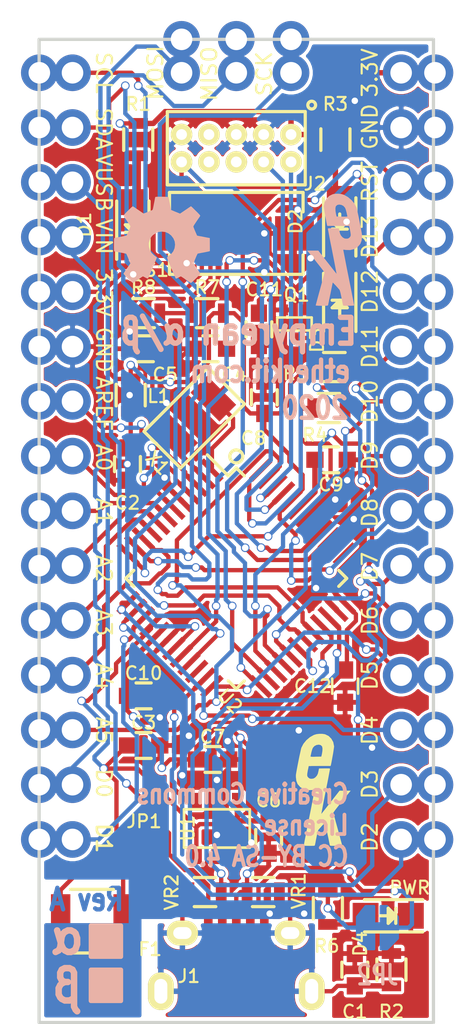
<source format=kicad_pcb>
(kicad_pcb (version 20171130) (host pcbnew 5.1.6-c6e7f7d~86~ubuntu18.04.1)
  (title_block (title "Empyrean Alpha/Beta") (date 2016-08-07) (rev A) (company Etherkit) (comment 4 "Creative Commons CC-BY-SA"))
  (layers (0 F.Cu signal) (31 B.Cu signal) (34 B.Paste user) (35 F.Paste user) (36 B.SilkS user) (37 F.SilkS user) (38 B.Mask user) (39 F.Mask user hide) (44 Edge.Cuts user))
  (net 0 "")
  (net 1 GND)
  (net 2 "Net-(C1-Pad2)")
  (net 3 "Net-(C2-Pad1)")
  (net 4 VIN)
  (net 5 "Net-(C4-Pad1)")
  (net 6 "Net-(C5-Pad1)")
  (net 7 "Net-(C6-Pad1)")
  (net 8 +3.3V)
  (net 9 "Net-(C9-Pad2)")
  (net 10 "Net-(D1-Pad1)")
  (net 11 TX_LED)
  (net 12 "Net-(D2-Pad1)")
  (net 13 RX_LED)
  (net 14 "Net-(D3-Pad1)")
  (net 15 "Net-(D3-Pad2)")
  (net 16 "Net-(D4-Pad1)")
  (net 17 "Net-(F1-Pad1)")
  (net 18 DM)
  (net 19 DP)
  (net 20 "Net-(J1-Pad4)")
  (net 21 SWDIO)
  (net 22 SWDCLK)
  (net 23 "Net-(J2-Pad6)")
  (net 24 "Net-(J2-Pad7)")
  (net 25 "Net-(J2-Pad8)")
  (net 26 RESET)
  (net 27 SPI_MOSI)
  (net 28 SPI_MISO)
  (net 29 SPI_SCK)
  (net 30 SCL)
  (net 31 SDA)
  (net 32 AREF)
  (net 33 A0)
  (net 34 A1)
  (net 35 A2)
  (net 36 A3)
  (net 37 A4)
  (net 38 A5)
  (net 39 D0/UART_RX)
  (net 40 D1/UART_TX)
  (net 41 D13)
  (net 42 D12)
  (net 43 D11)
  (net 44 D10)
  (net 45 D9)
  (net 46 D8)
  (net 47 D7)
  (net 48 D6)
  (net 49 D5)
  (net 50 D4)
  (net 51 D3)
  (net 52 D2)
  (net 53 USB_HOST_EN)
  (net 54 "Net-(U2-Pad22)")
  (net 55 "Net-(U2-Pad37)")
  (net 56 "Net-(U2-Pad38)")
  (net 57 "Net-(JP2-Pad2)")
  (net 58 VUSB)
  (net 59 "Net-(R8-Pad1)")
  (module EtherkitKicadLibrary:SOLDER_JUMPER (layer B.Cu) (at 140.7 141.2 180)
    (fp_text reference JP2 (at 0 -2.2 180) (layer B.SilkS) (effects (font (size 0.9 0.7)) (justify mirror)))
    (fp_text value "Power LED Enable" hide)
    (fp_poly (pts (xy 0.15 -0.15) (xy -0.15 -0.15) (xy -0.15 0.2) (xy 0.15 0.2)) (layer B.Cu) (width 0.1))
    (pad 1 smd custom (at -0.32 0 180) (size 0.3 0.3) (layers B.Cu B.Paste B.Mask) (net 8 +3.3V) (options (clearance outline) (anchor rect)) (primitives (gr_poly (pts (xy 0.17 -1) (xy -0.13 -1) (xy -0.63 -0.5) (xy -0.63 0.5) (xy -0.13 1) (xy 0.17 1)) (width 0.1))))
    (pad 2 smd custom (at 0.32 0 180) (size 0.3 0.3) (layers B.Cu B.Paste B.Mask) (net 57 "Net-(JP2-Pad2)") (options (clearance outline) (anchor rect)) (primitives (gr_poly (pts (xy 0.63 0.5) (xy 0.63 -0.5) (xy 0.13 -1) (xy -0.17 -1) (xy -0.17 1) (xy 0.23 1)) (width 0.1))))
  )
  (module EtherkitKicadLibrary:SOLDER_JUMPER (layer F.Cu) (at 129.87 137.79 180)
    (fp_text reference JP1 (at 0 1.52 180) (layer F.SilkS) (effects (font (size 0.6 0.6) (thickness 0.1))))
    (fp_text value "VUSB Disable" hide)
    (fp_poly (pts (xy 0.15 0.15) (xy -0.15 0.15) (xy -0.15 -0.2) (xy 0.15 -0.2)) (layer F.Cu) (width 0.1))
    (pad 1 smd custom (at -0.32 0 180) (size 0.3 0.3) (layers F.Cu F.Paste F.Mask) (net 58 VUSB) (options (clearance outline) (anchor rect)) (primitives (gr_poly (pts (xy 0.17 1) (xy -0.13 1) (xy -0.63 0.5) (xy -0.63 -0.5) (xy -0.13 -1) (xy 0.17 -1)) (width 0.1))))
    (pad 2 smd custom (at 0.32 0 180) (size 0.3 0.3) (layers F.Cu F.Paste F.Mask) (net 17 "Net-(F1-Pad1)") (options (clearance outline) (anchor rect)) (primitives (gr_poly (pts (xy 0.63 -0.5) (xy 0.63 0.5) (xy 0.13 1) (xy -0.17 1) (xy -0.17 -1) (xy 0.23 -1)) (width 0.1))))
  )
  (module EtherkitKicadLibrary:SOT523 (layer F.Cu) (at 136.85 113.2 180)
    (fp_text reference Q1 (at -0.1 1.35) (layer F.SilkS) (effects (font (size 0.6 0.6) (thickness 0.1))))
    (fp_text value DMG1012T-7 hide)
    (pad 3 smd rect (at 0 -0.65) (size 0.4 0.51) (layers F.Cu F.Paste F.Mask) (net 15 "Net-(D3-Pad2)"))
    (pad 2 smd rect (at -0.5 0.65) (size 0.4 0.51) (layers F.Cu F.Paste F.Mask) (net 41 D13))
    (pad 1 smd rect (at 0.5 0.65) (size 0.4 0.51) (layers F.Cu F.Paste F.Mask) (net 1 GND))
  )
  (module EtherkitKicadLibrary:Lite-On_LTST-C170 (layer F.Cu) (at 129.35 108.6 180)
    (fp_text reference D1 (at 2.25 0 270) (layer F.SilkS) (effects (font (size 0.6 0.6) (thickness 0.1))))
    (fp_text value Red hide)
    (pad 2 smd rect (at 0 -1.05 270) (size 1.2 1.2) (layers F.Cu F.Paste F.Mask) (net 11 TX_LED))
    (pad 1 smd rect (at 0 1.05 270) (size 1.2 1.2) (layers F.Cu F.Paste F.Mask) (net 10 "Net-(D1-Pad1)"))
  )
  (module EtherkitKicadLibrary:Lite-On_LTST-C170 (layer F.Cu) (at 138.95 108.45 180)
    (fp_text reference D2 (at 2.05 0 270) (layer F.SilkS) (effects (font (size 0.6 0.6) (thickness 0.1))))
    (fp_text value Yellow hide)
    (pad 2 smd rect (at 0 -1.05 270) (size 1.2 1.2) (layers F.Cu F.Paste F.Mask) (net 13 RX_LED))
    (pad 1 smd rect (at 0 1.05 270) (size 1.2 1.2) (layers F.Cu F.Paste F.Mask) (net 12 "Net-(D2-Pad1)"))
  )
  (module EtherkitKicadLibrary:Lite-On_LTST-C170 (layer F.Cu) (at 138.95 112.45)
    (fp_text reference D3 (at -1.05 1.5 -270) (layer F.SilkS) (effects (font (size 0.6 0.6) (thickness 0.1))))
    (fp_text value Blue hide)
    (pad 2 smd rect (at 0 -1.05 90) (size 1.2 1.2) (layers F.Cu F.Paste F.Mask) (net 15 "Net-(D3-Pad2)"))
    (pad 1 smd rect (at 0 1.05 90) (size 1.2 1.2) (layers F.Cu F.Paste F.Mask) (net 14 "Net-(D3-Pad1)"))
  )
  (module EtherkitKicadLibrary:Lite-On_LTST-C170 (layer F.Cu) (at 141.2 140.65 270)
    (fp_text reference D4 (at 1.3 1.3 270) (layer F.SilkS) (effects (font (size 0.6 0.6) (thickness 0.1))))
    (fp_text value Green hide)
    (pad 2 smd rect (at 0 -1.05) (size 1.2 1.2) (layers F.Cu F.Paste F.Mask) (net 1 GND))
    (pad 1 smd rect (at 0 1.05) (size 1.2 1.2) (layers F.Cu F.Paste F.Mask) (net 16 "Net-(D4-Pad1)"))
  )
  (module EtherkitKicadLibrary:SOT23-5 (layer F.Cu) (at 133.25 136.6 90)
    (fp_text reference U1 (at 0 -1.35 90) (layer F.SilkS) (effects (font (size 0.6 0.6) (thickness 0.1))))
    (fp_text value LP2985 hide)
    (pad 4 smd rect (at 1.27 0.9525) (size 0.508 0.762) (layers F.Cu F.Paste F.Mask) (net 7 "Net-(C6-Pad1)"))
    (pad 2 smd rect (at -1.27 0) (size 0.508 0.762) (layers F.Cu F.Paste F.Mask) (net 1 GND))
    (pad 5 smd rect (at 1.27 -0.9525) (size 0.508 0.762) (layers F.Cu F.Paste F.Mask) (net 8 +3.3V))
    (pad 3 smd rect (at -1.27 0.9525) (size 0.508 0.762) (layers F.Cu F.Paste F.Mask) (net 4 VIN))
    (pad 1 smd rect (at -1.27 -0.9525) (size 0.508 0.762) (layers F.Cu F.Paste F.Mask) (net 4 VIN))
  )
  (module EtherkitKicadLibrary:FCI_10118194-0001LF (layer F.Cu) (at 134.15 144.15)
    (fp_text reference J1 (at -2.2 -0.7) (layer F.SilkS) (effects (font (size 0.6 0.6) (thickness 0.1))))
    (fp_text value "FCI 10118194-0001LF" hide)
    (pad 6 thru_hole oval (at -3.5 0) (size 1.2 1.75) (drill oval 0.6 1.15) (layers *.Cu *.Mask F.SilkS) (net 2 "Net-(C1-Pad2)"))
    (pad 6 thru_hole oval (at 3.5 0) (size 1.2 1.75) (drill oval 0.6 1.15) (layers *.Cu *.Mask F.SilkS) (net 2 "Net-(C1-Pad2)"))
    (pad 6 thru_hole oval (at -2.5 -2.7) (size 1.45 1.15) (drill oval 0.85 0.55) (layers *.Cu *.Mask F.SilkS) (net 2 "Net-(C1-Pad2)"))
    (pad 6 thru_hole oval (at 2.5 -2.7) (size 1.45 1.15) (drill oval 0.85 0.55) (layers *.Cu *.Mask F.SilkS) (net 2 "Net-(C1-Pad2)"))
    (pad 5 smd rect (at 1.3 -2.7) (size 0.4 1.35) (layers F.Cu F.Paste F.Mask) (net 1 GND))
    (pad 4 smd rect (at 0.65 -2.7) (size 0.4 1.35) (layers F.Cu F.Paste F.Mask) (net 20 "Net-(J1-Pad4)"))
    (pad 3 smd rect (at 0 -2.7) (size 0.4 1.35) (layers F.Cu F.Paste F.Mask) (net 19 DP))
    (pad 2 smd rect (at -0.65 -2.7) (size 0.4 1.35) (layers F.Cu F.Paste F.Mask) (net 18 DM))
    (pad 1 smd rect (at -1.3 -2.7) (size 0.4 1.35) (layers F.Cu F.Paste F.Mask) (net 58 VUSB))
  )
  (module EtherkitKicadLibrary:EtherkitLogoSmall (layer F.Cu) (at 138.2 134.8)
    (fp_text reference Ref** hide)
    (fp_text value Val** hide)
  )
  (module EtherkitKicadLibrary:Harwin_M50-3500542 (layer F.Cu) (at 134.15 105.05 180)
    (fp_text reference J2 (at -3.65 -1.65 180) (layer F.SilkS) (effects (font (size 0.6 0.6) (thickness 0.1))))
    (fp_text value "Harwin M50-3500542" hide)
    (pad 10 thru_hole circle (at 2.54 -0.635 180) (size 1 1) (drill 0.5) (layers *.Cu *.Mask F.SilkS) (net 26 RESET))
    (pad 9 thru_hole circle (at 2.54 0.635 180) (size 1 1) (drill 0.5) (layers *.Cu *.Mask F.SilkS) (net 1 GND))
    (pad 8 thru_hole circle (at 1.27 -0.635 180) (size 1 1) (drill 0.5) (layers *.Cu *.Mask F.SilkS) (net 25 "Net-(J2-Pad8)"))
    (pad 7 thru_hole circle (at 1.27 0.635 180) (size 1 1) (drill 0.5) (layers *.Cu *.Mask F.SilkS) (net 24 "Net-(J2-Pad7)"))
    (pad 6 thru_hole circle (at 0 -0.635 180) (size 1 1) (drill 0.5) (layers *.Cu *.Mask F.SilkS) (net 23 "Net-(J2-Pad6)"))
    (pad 5 thru_hole circle (at 0 0.635 180) (size 1 1) (drill 0.5) (layers *.Cu *.Mask F.SilkS) (net 1 GND))
    (pad 4 thru_hole circle (at -1.27 -0.635 180) (size 1 1) (drill 0.5) (layers *.Cu *.Mask F.SilkS) (net 22 SWDCLK))
    (pad 3 thru_hole circle (at -1.27 0.635 180) (size 1 1) (drill 0.5) (layers *.Cu *.Mask F.SilkS) (net 1 GND))
    (pad 2 thru_hole circle (at -2.54 -0.635 180) (size 1 1) (drill 0.5) (layers *.Cu *.Mask F.SilkS) (net 21 SWDIO))
    (pad 1 thru_hole circle (at -2.54 0.635 180) (size 1 1) (drill 0.5) (layers *.Cu *.Mask F.SilkS) (net 8 +3.3V))
  )
  (module EtherkitKicadLibrary:PinHeader_1x03_P2.54mm_Vertical_Unkeyed (layer F.Cu) (at 131.61 101.55 90)
    (fp_text reference J3 hide)
    (fp_text value SPI)
    (pad 3 thru_hole oval (at 0 5.08 90) (size 1.7 1.7) (drill 1) (layers *.Cu *.Mask) (net 29 SPI_SCK))
    (pad 2 thru_hole oval (at 0 2.54 90) (size 1.7 1.7) (drill 1) (layers *.Cu *.Mask) (net 28 SPI_MISO))
    (pad 1 thru_hole circle (at 0 0 90) (size 1.7 1.7) (drill 1) (layers *.Cu *.Mask) (net 27 SPI_MOSI))
  )
  (module EtherkitKicadLibrary:PinHeader_1x15_P2.54mm_Vertical_Unkeyed (layer F.Cu) (at 125.01 101.55)
    (fp_text reference REF** hide)
    (fp_text value PinHeader_1x15_P2.54mm_Vertical_Unkeyed hide)
    (pad 15 thru_hole oval (at 0 35.56) (size 1.7 1.7) (drill 1) (layers *.Cu *.Mask))
    (pad 14 thru_hole oval (at 0 33.02) (size 1.7 1.7) (drill 1) (layers *.Cu *.Mask))
    (pad 13 thru_hole oval (at 0 30.48) (size 1.7 1.7) (drill 1) (layers *.Cu *.Mask))
    (pad 12 thru_hole oval (at 0 27.94) (size 1.7 1.7) (drill 1) (layers *.Cu *.Mask))
    (pad 11 thru_hole oval (at 0 25.4) (size 1.7 1.7) (drill 1) (layers *.Cu *.Mask))
    (pad 10 thru_hole oval (at 0 22.86) (size 1.7 1.7) (drill 1) (layers *.Cu *.Mask))
    (pad 9 thru_hole oval (at 0 20.32) (size 1.7 1.7) (drill 1) (layers *.Cu *.Mask))
    (pad 8 thru_hole oval (at 0 17.78) (size 1.7 1.7) (drill 1) (layers *.Cu *.Mask))
    (pad 7 thru_hole oval (at 0 15.24) (size 1.7 1.7) (drill 1) (layers *.Cu *.Mask))
    (pad 6 thru_hole oval (at 0 12.7) (size 1.7 1.7) (drill 1) (layers *.Cu *.Mask))
    (pad 5 thru_hole oval (at 0 10.16) (size 1.7 1.7) (drill 1) (layers *.Cu *.Mask))
    (pad 4 thru_hole oval (at 0 7.62) (size 1.7 1.7) (drill 1) (layers *.Cu *.Mask))
    (pad 3 thru_hole oval (at 0 5.08) (size 1.7 1.7) (drill 1) (layers *.Cu *.Mask))
    (pad 2 thru_hole oval (at 0 2.54) (size 1.7 1.7) (drill 1) (layers *.Cu *.Mask))
    (pad 1 thru_hole circle (at 0 0) (size 1.7 1.7) (drill 1) (layers *.Cu *.Mask))
  )
  (module EtherkitKicadLibrary:PinHeader_1x15_P2.54mm_Vertical_Unkeyed (layer F.Cu) (at 143.37 101.55)
    (fp_text reference REF** hide)
    (fp_text value PinHeader_1x15_P2.54mm_Vertical_Unkeyed hide)
    (pad 1 thru_hole circle (at 0 0) (size 1.7 1.7) (drill 1) (layers *.Cu *.Mask))
    (pad 2 thru_hole oval (at 0 2.54) (size 1.7 1.7) (drill 1) (layers *.Cu *.Mask))
    (pad 3 thru_hole oval (at 0 5.08) (size 1.7 1.7) (drill 1) (layers *.Cu *.Mask))
    (pad 4 thru_hole oval (at 0 7.62) (size 1.7 1.7) (drill 1) (layers *.Cu *.Mask))
    (pad 5 thru_hole oval (at 0 10.16) (size 1.7 1.7) (drill 1) (layers *.Cu *.Mask))
    (pad 6 thru_hole oval (at 0 12.7) (size 1.7 1.7) (drill 1) (layers *.Cu *.Mask))
    (pad 7 thru_hole oval (at 0 15.24) (size 1.7 1.7) (drill 1) (layers *.Cu *.Mask))
    (pad 8 thru_hole oval (at 0 17.78) (size 1.7 1.7) (drill 1) (layers *.Cu *.Mask))
    (pad 9 thru_hole oval (at 0 20.32) (size 1.7 1.7) (drill 1) (layers *.Cu *.Mask))
    (pad 10 thru_hole oval (at 0 22.86) (size 1.7 1.7) (drill 1) (layers *.Cu *.Mask))
    (pad 11 thru_hole oval (at 0 25.4) (size 1.7 1.7) (drill 1) (layers *.Cu *.Mask))
    (pad 12 thru_hole oval (at 0 27.94) (size 1.7 1.7) (drill 1) (layers *.Cu *.Mask))
    (pad 13 thru_hole oval (at 0 30.48) (size 1.7 1.7) (drill 1) (layers *.Cu *.Mask))
    (pad 14 thru_hole oval (at 0 33.02) (size 1.7 1.7) (drill 1) (layers *.Cu *.Mask))
    (pad 15 thru_hole oval (at 0 35.56) (size 1.7 1.7) (drill 1) (layers *.Cu *.Mask))
  )
  (module EtherkitKicadLibrary:PinHeader_1x15_P2.54mm_Vertical_Unkeyed (layer F.Cu) (at 141.8 101.55)
    (fp_text reference J5 hide)
    (fp_text value CONN_01X15 hide)
    (pad 1 thru_hole circle (at 0 0) (size 1.7 1.7) (drill 1) (layers *.Cu *.Mask) (net 8 +3.3V))
    (pad 2 thru_hole oval (at 0 2.54) (size 1.7 1.7) (drill 1) (layers *.Cu *.Mask) (net 1 GND))
    (pad 3 thru_hole oval (at 0 5.08) (size 1.7 1.7) (drill 1) (layers *.Cu *.Mask) (net 26 RESET))
    (pad 4 thru_hole oval (at 0 7.62) (size 1.7 1.7) (drill 1) (layers *.Cu *.Mask) (net 41 D13))
    (pad 5 thru_hole oval (at 0 10.16) (size 1.7 1.7) (drill 1) (layers *.Cu *.Mask) (net 42 D12))
    (pad 6 thru_hole oval (at 0 12.7) (size 1.7 1.7) (drill 1) (layers *.Cu *.Mask) (net 43 D11))
    (pad 7 thru_hole oval (at 0 15.24) (size 1.7 1.7) (drill 1) (layers *.Cu *.Mask) (net 44 D10))
    (pad 8 thru_hole oval (at 0 17.78) (size 1.7 1.7) (drill 1) (layers *.Cu *.Mask) (net 45 D9))
    (pad 9 thru_hole oval (at 0 20.32) (size 1.7 1.7) (drill 1) (layers *.Cu *.Mask) (net 46 D8))
    (pad 10 thru_hole oval (at 0 22.86) (size 1.7 1.7) (drill 1) (layers *.Cu *.Mask) (net 47 D7))
    (pad 11 thru_hole oval (at 0 25.4) (size 1.7 1.7) (drill 1) (layers *.Cu *.Mask) (net 48 D6))
    (pad 12 thru_hole oval (at 0 27.94) (size 1.7 1.7) (drill 1) (layers *.Cu *.Mask) (net 49 D5))
    (pad 13 thru_hole oval (at 0 30.48) (size 1.7 1.7) (drill 1) (layers *.Cu *.Mask) (net 50 D4))
    (pad 14 thru_hole oval (at 0 33.02) (size 1.7 1.7) (drill 1) (layers *.Cu *.Mask) (net 51 D3))
    (pad 15 thru_hole oval (at 0 35.56) (size 1.7 1.7) (drill 1) (layers *.Cu *.Mask) (net 52 D2))
  )
  (module EtherkitKicadLibrary:PinHeader_1x15_P2.54mm_Vertical_Unkeyed (layer F.Cu) (at 126.55 101.55)
    (fp_text reference J4 hide)
    (fp_text value CONN_01X15 hide)
    (pad 1 thru_hole circle (at 0 0) (size 1.7 1.7) (drill 1) (layers *.Cu *.Mask) (net 30 SCL))
    (pad 2 thru_hole oval (at 0 2.54) (size 1.7 1.7) (drill 1) (layers *.Cu *.Mask) (net 31 SDA))
    (pad 3 thru_hole oval (at 0 5.08) (size 1.7 1.7) (drill 1) (layers *.Cu *.Mask) (net 58 VUSB))
    (pad 4 thru_hole oval (at 0 7.62) (size 1.7 1.7) (drill 1) (layers *.Cu *.Mask) (net 4 VIN))
    (pad 5 thru_hole oval (at 0 10.16) (size 1.7 1.7) (drill 1) (layers *.Cu *.Mask) (net 8 +3.3V))
    (pad 6 thru_hole oval (at 0 12.7) (size 1.7 1.7) (drill 1) (layers *.Cu *.Mask) (net 1 GND))
    (pad 7 thru_hole oval (at 0 15.24) (size 1.7 1.7) (drill 1) (layers *.Cu *.Mask) (net 32 AREF))
    (pad 8 thru_hole oval (at 0 17.78) (size 1.7 1.7) (drill 1) (layers *.Cu *.Mask) (net 33 A0))
    (pad 9 thru_hole oval (at 0 20.32) (size 1.7 1.7) (drill 1) (layers *.Cu *.Mask) (net 34 A1))
    (pad 10 thru_hole oval (at 0 22.86) (size 1.7 1.7) (drill 1) (layers *.Cu *.Mask) (net 35 A2))
    (pad 11 thru_hole oval (at 0 25.4) (size 1.7 1.7) (drill 1) (layers *.Cu *.Mask) (net 36 A3))
    (pad 12 thru_hole oval (at 0 27.94) (size 1.7 1.7) (drill 1) (layers *.Cu *.Mask) (net 37 A4))
    (pad 13 thru_hole oval (at 0 30.48) (size 1.7 1.7) (drill 1) (layers *.Cu *.Mask) (net 38 A5))
    (pad 14 thru_hole oval (at 0 33.02) (size 1.7 1.7) (drill 1) (layers *.Cu *.Mask) (net 39 D0/UART_RX))
    (pad 15 thru_hole oval (at 0 35.56) (size 1.7 1.7) (drill 1) (layers *.Cu *.Mask) (net 40 D1/UART_TX))
  )
  (module Capacitors_SMD:C_0603 (layer F.Cu) (at 139.65 143.15 270)
    (fp_text reference C1 (at 1.95 0) (layer F.SilkS) (effects (font (size 0.6 0.6) (thickness 0.1))))
    (fp_text value 4.7n hide)
    (pad 1 smd rect (at -0.75 0 270) (size 0.8 0.75) (layers F.Cu F.Paste F.Mask) (net 1 GND))
    (pad 2 smd rect (at 0.75 0 270) (size 0.8 0.75) (layers F.Cu F.Paste F.Mask) (net 2 "Net-(C1-Pad2)"))
  )
  (module Capacitors_SMD:C_0603 (layer F.Cu) (at 129.1 119.7 270)
    (fp_text reference C2 (at 1.8 0) (layer F.SilkS) (effects (font (size 0.6 0.6) (thickness 0.1))))
    (fp_text value 10u hide)
    (pad 1 smd rect (at -0.75 0 270) (size 0.8 0.75) (layers F.Cu F.Paste F.Mask) (net 3 "Net-(C2-Pad1)"))
    (pad 2 smd rect (at 0.75 0 270) (size 0.8 0.75) (layers F.Cu F.Paste F.Mask) (net 1 GND))
  )
  (module Capacitors_SMD:C_0603 (layer F.Cu) (at 129.85 132.75)
    (fp_text reference C3 (at 0 -1.05) (layer F.SilkS) (effects (font (size 0.6 0.6) (thickness 0.1))))
    (fp_text value 1u hide)
    (pad 1 smd rect (at -0.75 0) (size 0.8 0.75) (layers F.Cu F.Paste F.Mask) (net 4 VIN))
    (pad 2 smd rect (at 0.75 0) (size 0.8 0.75) (layers F.Cu F.Paste F.Mask) (net 1 GND))
  )
  (module Capacitors_SMD:C_0603 (layer F.Cu) (at 132.95 114.35 180)
    (fp_text reference C4 (at -1.1 -1.2) (layer F.SilkS) (effects (font (size 0.6 0.6) (thickness 0.1))))
    (fp_text value 15 hide)
    (pad 1 smd rect (at -0.75 0 180) (size 0.8 0.75) (layers F.Cu F.Paste F.Mask) (net 5 "Net-(C4-Pad1)"))
    (pad 2 smd rect (at 0.75 0 180) (size 0.8 0.75) (layers F.Cu F.Paste F.Mask) (net 1 GND))
  )
  (module Capacitors_SMD:C_0603 (layer F.Cu) (at 129.95 114.35 180)
    (fp_text reference C5 (at -0.9 -1.2) (layer F.SilkS) (effects (font (size 0.6 0.6) (thickness 0.1))))
    (fp_text value 15 hide)
    (pad 1 smd rect (at -0.75 0 180) (size 0.8 0.75) (layers F.Cu F.Paste F.Mask) (net 6 "Net-(C5-Pad1)"))
    (pad 2 smd rect (at 0.75 0 180) (size 0.8 0.75) (layers F.Cu F.Paste F.Mask) (net 1 GND))
  )
  (module Capacitors_SMD:C_0603 (layer F.Cu) (at 135.65 137 270)
    (fp_text reference C6 (at -1.7 0) (layer F.SilkS) (effects (font (size 0.6 0.6) (thickness 0.1))))
    (fp_text value 100n hide)
    (pad 1 smd rect (at -0.75 0 270) (size 0.8 0.75) (layers F.Cu F.Paste F.Mask) (net 7 "Net-(C6-Pad1)"))
    (pad 2 smd rect (at 0.75 0 270) (size 0.8 0.75) (layers F.Cu F.Paste F.Mask) (net 1 GND))
  )
  (module Capacitors_SMD:C_0603 (layer F.Cu) (at 133.05 133.4)
    (fp_text reference C7 (at 0 -1.05) (layer F.SilkS) (effects (font (size 0.6 0.6) (thickness 0.1))))
    (fp_text value 10u hide)
    (pad 1 smd rect (at -0.75 0) (size 0.8 0.75) (layers F.Cu F.Paste F.Mask) (net 8 +3.3V))
    (pad 2 smd rect (at 0.75 0) (size 0.8 0.75) (layers F.Cu F.Paste F.Mask) (net 1 GND))
  )
  (module Capacitors_SMD:C_0603 (layer F.Cu) (at 135.45 116.6 90)
    (fp_text reference C8 (at -1.9 -0.5 180) (layer F.SilkS) (effects (font (size 0.6 0.6) (thickness 0.1))))
    (fp_text value 100n hide)
    (pad 1 smd rect (at -0.75 0 90) (size 0.8 0.75) (layers F.Cu F.Paste F.Mask) (net 8 +3.3V))
    (pad 2 smd rect (at 0.75 0 90) (size 0.8 0.75) (layers F.Cu F.Paste F.Mask) (net 1 GND))
  )
  (module Capacitors_SMD:C_0603 (layer F.Cu) (at 138.55 119.5 180)
    (fp_text reference C9 (at 0 -1.15) (layer F.SilkS) (effects (font (size 0.6 0.6) (thickness 0.1))))
    (fp_text value 1u hide)
    (pad 1 smd rect (at -0.75 0 180) (size 0.8 0.75) (layers F.Cu F.Paste F.Mask) (net 1 GND))
    (pad 2 smd rect (at 0.75 0 180) (size 0.8 0.75) (layers F.Cu F.Paste F.Mask) (net 9 "Net-(C9-Pad2)"))
  )
  (module Capacitors_SMD:C_0603 (layer F.Cu) (at 129.85 130.45)
    (fp_text reference C10 (at 0 -1.05) (layer F.SilkS) (effects (font (size 0.6 0.6) (thickness 0.1))))
    (fp_text value 100n hide)
    (pad 1 smd rect (at -0.75 0) (size 0.8 0.75) (layers F.Cu F.Paste F.Mask) (net 8 +3.3V))
    (pad 2 smd rect (at 0.75 0) (size 0.8 0.75) (layers F.Cu F.Paste F.Mask) (net 1 GND))
  )
  (module Capacitors_SMD:C_0603 (layer F.Cu) (at 135.2 113.45 270)
    (fp_text reference C11 (at -1.85 -0.25 180) (layer F.SilkS) (effects (font (size 0.6 0.6) (thickness 0.1))))
    (fp_text value 100n hide)
    (pad 1 smd rect (at -0.75 0 270) (size 0.8 0.75) (layers F.Cu F.Paste F.Mask) (net 26 RESET))
    (pad 2 smd rect (at 0.75 0 270) (size 0.8 0.75) (layers F.Cu F.Paste F.Mask) (net 1 GND))
  )
  (module Resistors_SMD:R_1210 (layer F.Cu) (at 127.45 140.9 180)
    (fp_text reference F1 (at -2.7 -1.3 180) (layer F.SilkS) (effects (font (size 0.6 0.6) (thickness 0.1))))
    (fp_text value "Bel 0ZCH0050FF2G" hide)
    (pad 1 smd rect (at -1.45 0 180) (size 0.9 2.5) (layers F.Cu F.Paste F.Mask) (net 17 "Net-(F1-Pad1)"))
    (pad 2 smd rect (at 1.45 0 180) (size 0.9 2.5) (layers F.Cu F.Paste F.Mask) (net 4 VIN))
  )
  (module Resistors_SMD:R_0603 (layer F.Cu) (at 129.25 116.5 270)
    (fp_text reference L1 (at 0.05 -1.3) (layer F.SilkS) (effects (font (size 0.6 0.6) (thickness 0.1))))
    (fp_text value 10u hide)
    (pad 1 smd rect (at -0.75 0 270) (size 0.5 0.9) (layers F.Cu F.Paste F.Mask) (net 8 +3.3V))
    (pad 2 smd rect (at 0.75 0 270) (size 0.5 0.9) (layers F.Cu F.Paste F.Mask) (net 3 "Net-(C2-Pad1)"))
  )
  (module Resistors_SMD:R_0603 (layer F.Cu) (at 129.6 104.65 270)
    (fp_text reference R1 (at -1.65 0) (layer F.SilkS) (effects (font (size 0.6 0.6) (thickness 0.1))))
    (fp_text value 330 hide)
    (pad 1 smd rect (at -0.75 0 270) (size 0.5 0.9) (layers F.Cu F.Paste F.Mask) (net 8 +3.3V))
    (pad 2 smd rect (at 0.75 0 270) (size 0.5 0.9) (layers F.Cu F.Paste F.Mask) (net 10 "Net-(D1-Pad1)"))
  )
  (module Resistors_SMD:R_0603 (layer F.Cu) (at 141.35 143.15 270)
    (fp_text reference R2 (at 1.95 0) (layer F.SilkS) (effects (font (size 0.6 0.6) (thickness 0.1))))
    (fp_text value 1M hide)
    (pad 1 smd rect (at -0.75 0 270) (size 0.5 0.9) (layers F.Cu F.Paste F.Mask) (net 1 GND))
    (pad 2 smd rect (at 0.75 0 270) (size 0.5 0.9) (layers F.Cu F.Paste F.Mask) (net 2 "Net-(C1-Pad2)"))
  )
  (module Resistors_SMD:R_0603 (layer F.Cu) (at 138.45 117.1)
    (fp_text reference R4 (at -0.65 1.25) (layer F.SilkS) (effects (font (size 0.6 0.6) (thickness 0.1))))
    (fp_text value 330 hide)
    (pad 1 smd rect (at -0.75 0) (size 0.5 0.9) (layers F.Cu F.Paste F.Mask) (net 53 USB_HOST_EN))
    (pad 2 smd rect (at 0.75 0) (size 0.5 0.9) (layers F.Cu F.Paste F.Mask) (net 20 "Net-(J1-Pad4)"))
  )
  (module Resistors_SMD:R_0603 (layer F.Cu) (at 138.75 104.65 270)
    (fp_text reference R3 (at -1.65 0) (layer F.SilkS) (effects (font (size 0.6 0.6) (thickness 0.1))))
    (fp_text value 330 hide)
    (pad 1 smd rect (at -0.75 0 270) (size 0.5 0.9) (layers F.Cu F.Paste F.Mask) (net 8 +3.3V))
    (pad 2 smd rect (at 0.75 0 270) (size 0.5 0.9) (layers F.Cu F.Paste F.Mask) (net 12 "Net-(D2-Pad1)"))
  )
  (module Resistors_SMD:R_0603 (layer F.Cu) (at 138.7 115.2)
    (fp_text reference R5 (at -1.8 0.3) (layer F.SilkS) (effects (font (size 0.6 0.6) (thickness 0.1))))
    (fp_text value 330 hide)
    (pad 1 smd rect (at -0.75 0) (size 0.5 0.9) (layers F.Cu F.Paste F.Mask) (net 8 +3.3V))
    (pad 2 smd rect (at 0.75 0) (size 0.5 0.9) (layers F.Cu F.Paste F.Mask) (net 14 "Net-(D3-Pad1)"))
  )
  (module Resistors_SMD:R_0603 (layer F.Cu) (at 138.4 140.3 270)
    (fp_text reference R6 (at 1.75 0.05) (layer F.SilkS) (effects (font (size 0.6 0.6) (thickness 0.1))))
    (fp_text value 330 hide)
    (pad 1 smd rect (at -0.75 0 270) (size 0.5 0.9) (layers F.Cu F.Paste F.Mask) (net 57 "Net-(JP2-Pad2)"))
    (pad 2 smd rect (at 0.75 0 270) (size 0.5 0.9) (layers F.Cu F.Paste F.Mask) (net 16 "Net-(D4-Pad1)"))
  )
  (module Resistors_SMD:R_0603 (layer F.Cu) (at 132.8 112.7 180)
    (fp_text reference R7 (at 0 1.2 180) (layer F.SilkS) (effects (font (size 0.6 0.6) (thickness 0.1))))
    (fp_text value 10k hide)
    (pad 1 smd rect (at -0.75 0 180) (size 0.5 0.9) (layers F.Cu F.Paste F.Mask) (net 8 +3.3V))
    (pad 2 smd rect (at 0.75 0 180) (size 0.5 0.9) (layers F.Cu F.Paste F.Mask) (net 26 RESET))
  )
  (module Resistors_SMD:R_0603 (layer F.Cu) (at 129.85 112.7)
    (fp_text reference R8 (at 0 -1.2) (layer F.SilkS) (effects (font (size 0.6 0.6) (thickness 0.1))))
    (fp_text value 330 hide)
    (pad 1 smd rect (at -0.75 0) (size 0.5 0.9) (layers F.Cu F.Paste F.Mask) (net 59 "Net-(R8-Pad1)"))
    (pad 2 smd rect (at 0.75 0) (size 0.5 0.9) (layers F.Cu F.Paste F.Mask) (net 26 RESET))
  )
  (module EtherkitKicadLibrary:Alps_SKQMASE010 (layer F.Cu) (at 134.15 109)
    (fp_text reference S1 (at -3.7 1.7) (layer F.SilkS) (effects (font (size 0.6 0.6) (thickness 0.1))))
    (fp_text value "Alps SKQMASE010" hide)
    (pad 1 smd rect (at -2.7 0) (size 1.8 1.6) (layers F.Cu F.Paste F.Mask) (net 59 "Net-(R8-Pad1)"))
    (pad 2 smd rect (at 2.7 0) (size 1.8 1.6) (layers F.Cu F.Paste F.Mask) (net 1 GND))
  )
  (module Resistors_SMD:R_0603 (layer F.Cu) (at 135.4 139.55)
    (fp_text reference VR1 (at 1.65 -0.05 90) (layer F.SilkS) (effects (font (size 0.6 0.6) (thickness 0.1))))
    (fp_text value CG0603MLC-05E hide)
    (pad 1 smd rect (at -0.75 0) (size 0.5 0.9) (layers F.Cu F.Paste F.Mask) (net 19 DP))
    (pad 2 smd rect (at 0.75 0) (size 0.5 0.9) (layers F.Cu F.Paste F.Mask) (net 2 "Net-(C1-Pad2)"))
  )
  (module Resistors_SMD:R_0603 (layer F.Cu) (at 132.7 139.55 180)
    (fp_text reference VR2 (at 1.55 0 270) (layer F.SilkS) (effects (font (size 0.6 0.6) (thickness 0.1))))
    (fp_text value CG0603MLC-05E hide)
    (pad 1 smd rect (at -0.75 0 180) (size 0.5 0.9) (layers F.Cu F.Paste F.Mask) (net 18 DM))
    (pad 2 smd rect (at 0.75 0 180) (size 0.5 0.9) (layers F.Cu F.Paste F.Mask) (net 2 "Net-(C1-Pad2)"))
  )
  (module EtherkitKicadLibrary:ECS_ECS-.327-12.5-34B-TR (layer F.Cu) (at 132.2 117.55 225)
    (fp_text reference X1 (at 2.687006 -0.282843 315) (layer F.SilkS) (effects (font (size 0.6 0.6) (thickness 0.1))))
    (fp_text value ECS-.327-12.5-34B-TR hide)
    (pad 1 smd rect (at -1.249999 0 225) (size 1.1 1.9) (layers F.Cu F.Paste F.Mask) (net 5 "Net-(C4-Pad1)"))
    (pad 2 smd rect (at 1.249999 0 225) (size 1.1 1.9) (layers F.Cu F.Paste F.Mask) (net 6 "Net-(C5-Pad1)"))
  )
  (module EtherkitKicadLibrary:TQFP-48_7x7mm_Pitch0.5mm (layer F.Cu) (at 134.15 125 315)
    (fp_text reference U2 (at 3.818377 4.242641 315) (layer F.SilkS) (effects (font (size 0.6 0.6) (thickness 0.1))))
    (fp_text value ATSAMD21GxA hide)
    (pad 1 smd rect (at -4.35 -2.75 315) (size 1.3 0.25) (layers F.Cu F.Paste F.Mask) (net 5 "Net-(C4-Pad1)"))
    (pad 2 smd rect (at -4.35 -2.25 315) (size 1.3 0.25) (layers F.Cu F.Paste F.Mask) (net 6 "Net-(C5-Pad1)"))
    (pad 3 smd rect (at -4.35 -1.749999 315) (size 1.3 0.25) (layers F.Cu F.Paste F.Mask) (net 33 A0))
    (pad 4 smd rect (at -4.35 -1.25 315) (size 1.3 0.25) (layers F.Cu F.Paste F.Mask) (net 32 AREF))
    (pad 5 smd rect (at -4.35 -0.750001 315) (size 1.3 0.25) (layers F.Cu F.Paste F.Mask) (net 1 GND))
    (pad 6 smd rect (at -4.35 -0.25 315) (size 1.3 0.25) (layers F.Cu F.Paste F.Mask) (net 3 "Net-(C2-Pad1)"))
    (pad 7 smd rect (at -4.35 0.25 315) (size 1.3 0.25) (layers F.Cu F.Paste F.Mask) (net 34 A1))
    (pad 8 smd rect (at -4.35 0.750001 315) (size 1.3 0.25) (layers F.Cu F.Paste F.Mask) (net 35 A2))
    (pad 9 smd rect (at -4.35 1.25 315) (size 1.3 0.25) (layers F.Cu F.Paste F.Mask) (net 36 A3))
    (pad 10 smd rect (at -4.35 1.749999 315) (size 1.3 0.25) (layers F.Cu F.Paste F.Mask) (net 37 A4))
    (pad 11 smd rect (at -4.35 2.25 315) (size 1.3 0.25) (layers F.Cu F.Paste F.Mask) (net 46 D8))
    (pad 12 smd rect (at -4.35 2.75 315) (size 1.3 0.25) (layers F.Cu F.Paste F.Mask) (net 45 D9))
    (pad 13 smd rect (at -2.75 4.35 45) (size 1.3 0.25) (layers F.Cu F.Paste F.Mask) (net 50 D4))
    (pad 14 smd rect (at -2.25 4.35 45) (size 1.3 0.25) (layers F.Cu F.Paste F.Mask) (net 51 D3))
    (pad 15 smd rect (at -1.749999 4.35 45) (size 1.3 0.25) (layers F.Cu F.Paste F.Mask) (net 40 D1/UART_TX))
    (pad 16 smd rect (at -1.25 4.35 45) (size 1.3 0.25) (layers F.Cu F.Paste F.Mask) (net 39 D0/UART_RX))
    (pad 17 smd rect (at -0.750001 4.35 45) (size 1.3 0.25) (layers F.Cu F.Paste F.Mask) (net 8 +3.3V))
    (pad 18 smd rect (at -0.25 4.35 45) (size 1.3 0.25) (layers F.Cu F.Paste F.Mask) (net 1 GND))
    (pad 19 smd rect (at 0.25 4.35 45) (size 1.3 0.25) (layers F.Cu F.Paste F.Mask) (net 27 SPI_MOSI))
    (pad 20 smd rect (at 0.750001 4.35 45) (size 1.3 0.25) (layers F.Cu F.Paste F.Mask) (net 29 SPI_SCK))
    (pad 21 smd rect (at 1.25 4.35 45) (size 1.3 0.25) (layers F.Cu F.Paste F.Mask) (net 28 SPI_MISO))
    (pad 22 smd rect (at 1.749999 4.35 45) (size 1.3 0.25) (layers F.Cu F.Paste F.Mask) (net 54 "Net-(U2-Pad22)"))
    (pad 23 smd rect (at 2.25 4.35 45) (size 1.3 0.25) (layers F.Cu F.Paste F.Mask) (net 52 D2))
    (pad 24 smd rect (at 2.75 4.35 45) (size 1.3 0.25) (layers F.Cu F.Paste F.Mask) (net 49 D5))
    (pad 25 smd rect (at 4.35 2.75 315) (size 1.3 0.25) (layers F.Cu F.Paste F.Mask) (net 43 D11))
    (pad 26 smd rect (at 4.35 2.25 315) (size 1.3 0.25) (layers F.Cu F.Paste F.Mask) (net 41 D13))
    (pad 27 smd rect (at 4.35 1.749999 315) (size 1.3 0.25) (layers F.Cu F.Paste F.Mask) (net 44 D10))
    (pad 28 smd rect (at 4.35 1.25 315) (size 1.3 0.25) (layers F.Cu F.Paste F.Mask) (net 42 D12))
    (pad 29 smd rect (at 4.35 0.750001 315) (size 1.3 0.25) (layers F.Cu F.Paste F.Mask) (net 48 D6))
    (pad 30 smd rect (at 4.35 0.25 315) (size 1.3 0.25) (layers F.Cu F.Paste F.Mask) (net 47 D7))
    (pad 31 smd rect (at 4.35 -0.25 315) (size 1.3 0.25) (layers F.Cu F.Paste F.Mask) (net 31 SDA))
    (pad 32 smd rect (at 4.35 -0.750001 315) (size 1.3 0.25) (layers F.Cu F.Paste F.Mask) (net 30 SCL))
    (pad 33 smd rect (at 4.35 -1.25 315) (size 1.3 0.25) (layers F.Cu F.Paste F.Mask) (net 18 DM))
    (pad 34 smd rect (at 4.35 -1.749999 315) (size 1.3 0.25) (layers F.Cu F.Paste F.Mask) (net 19 DP))
    (pad 35 smd rect (at 4.35 -2.25 315) (size 1.3 0.25) (layers F.Cu F.Paste F.Mask) (net 1 GND))
    (pad 36 smd rect (at 4.35 -2.75 315) (size 1.3 0.25) (layers F.Cu F.Paste F.Mask) (net 8 +3.3V))
    (pad 37 smd rect (at 2.75 -4.35 45) (size 1.3 0.25) (layers F.Cu F.Paste F.Mask) (net 55 "Net-(U2-Pad37)"))
    (pad 38 smd rect (at 2.25 -4.35 45) (size 1.3 0.25) (layers F.Cu F.Paste F.Mask) (net 56 "Net-(U2-Pad38)"))
    (pad 39 smd rect (at 1.749999 -4.35 45) (size 1.3 0.25) (layers F.Cu F.Paste F.Mask) (net 11 TX_LED))
    (pad 40 smd rect (at 1.25 -4.35 45) (size 1.3 0.25) (layers F.Cu F.Paste F.Mask) (net 26 RESET))
    (pad 41 smd rect (at 0.750001 -4.35 45) (size 1.3 0.25) (layers F.Cu F.Paste F.Mask) (net 53 USB_HOST_EN))
    (pad 42 smd rect (at 0.25 -4.35 45) (size 1.3 0.25) (layers F.Cu F.Paste F.Mask) (net 1 GND))
    (pad 43 smd rect (at -0.25 -4.35 45) (size 1.3 0.25) (layers F.Cu F.Paste F.Mask) (net 9 "Net-(C9-Pad2)"))
    (pad 44 smd rect (at -0.750001 -4.35 45) (size 1.3 0.25) (layers F.Cu F.Paste F.Mask) (net 8 +3.3V))
    (pad 45 smd rect (at -1.25 -4.35 45) (size 1.3 0.25) (layers F.Cu F.Paste F.Mask) (net 22 SWDCLK))
    (pad 46 smd rect (at -1.749999 -4.35 45) (size 1.3 0.25) (layers F.Cu F.Paste F.Mask) (net 21 SWDIO))
    (pad 47 smd rect (at -2.25 -4.35 45) (size 1.3 0.25) (layers F.Cu F.Paste F.Mask) (net 38 A5))
    (pad 48 smd rect (at -2.75 -4.35 45) (size 1.3 0.25) (layers F.Cu F.Paste F.Mask) (net 13 RX_LED))
  )
  (module EtherkitKicadLibrary:OSHWLogo4mm (layer B.Cu) (at 130.7 109.3 180)
    (fp_text reference G*** hide)
    (fp_text value LOGO hide)
  )
  (module EtherkitKicadLibrary:EtherkitLogoSmall (layer B.Cu) (at 138.7 109.75 180)
    (fp_text reference Ref** hide)
    (fp_text value Val** hide)
  )
  (module Capacitors_SMD:C_0603 (layer F.Cu) (at 139.2 130 270)
    (fp_text reference C12 (at 0 1.5) (layer F.SilkS) (effects (font (size 0.6 0.6) (thickness 0.1))))
    (fp_text value 100n hide)
    (pad 1 smd rect (at -0.75 0 270) (size 0.8 0.75) (layers F.Cu F.Paste F.Mask) (net 8 +3.3V))
    (pad 2 smd rect (at 0.75 0 270) (size 0.8 0.75) (layers F.Cu F.Paste F.Mask) (net 1 GND))
  )
  (module EtherkitKicadLibrary:PinHeader_1x03_P2.54mm_Vertical_Unkeyed (layer F.Cu) (at 131.61 100 90)
    (fp_text reference REF** hide)
    (fp_text value PinHeader_1x03_P2.54mm_Vertical_Unkeyed hide)
    (pad 3 thru_hole oval (at 0 5.08 90) (size 1.7 1.7) (drill 1) (layers *.Cu *.Mask))
    (pad 2 thru_hole oval (at 0 2.54 90) (size 1.7 1.7) (drill 1) (layers *.Cu *.Mask))
    (pad 1 thru_hole circle (at 0 0 90) (size 1.7 1.7) (drill 1) (layers *.Cu *.Mask))
  )
  (gr_text MOSI (at 130.4 101.55 90) (layer F.SilkS) (effects (font (size 0.7 0.7) (thickness 0.1))))
  (gr_text MISO (at 132.9 101.6 90) (layer F.SilkS) (effects (font (size 0.7 0.7) (thickness 0.1))))
  (gr_text SCK (at 135.45 101.6 90) (layer F.SilkS) (effects (font (size 0.7 0.7) (thickness 0.1))))
  (gr_text "Creative Commons\nLicense\nCC BY-SA 4.0" (at 139.45 136.45) (layer B.SilkS) (effects (font (size 0.9 0.7) (thickness 0.175)) (justify left mirror)))
  (gr_text 2020 (at 139.45 117.1) (layer B.SilkS) (effects (font (size 1 0.8) (thickness 0.2)) (justify left mirror)))
  (gr_text etherkit.com (at 139.55 115.4) (layer B.SilkS) (effects (font (size 1 0.8) (thickness 0.2)) (justify left mirror)))
  (gr_text "Empyrean α/β" (at 134.25 113.55) (layer B.SilkS) (effects (font (size 1.2 1) (thickness 0.25)) (justify mirror)))
  (gr_text β (at 126.3 143.9) (layer B.SilkS) (effects (font (size 1.5 1.5) (thickness 0.3)) (justify mirror)))
  (gr_text α (at 126.3 141.65) (layer B.SilkS) (effects (font (size 1.5 1.5) (thickness 0.3)) (justify mirror)))
  (gr_text "Rev A" (at 127.2 139.9) (layer B.Cu) (effects (font (size 1 0.8) (thickness 0.2)) (justify mirror)))
  (gr_text PWR (at 142.2 139.35) (layer F.SilkS) (effects (font (size 0.6 0.6) (thickness 0.1))))
  (gr_text D2 (at 140.35 137 90) (layer F.SilkS) (effects (font (size 0.7 0.7) (thickness 0.1))))
  (gr_text D3 (at 140.35 134.55 90) (layer F.SilkS) (effects (font (size 0.7 0.7) (thickness 0.1))))
  (gr_text D4 (at 140.35 132.05 90) (layer F.SilkS) (effects (font (size 0.7 0.7) (thickness 0.1))))
  (gr_text D5 (at 140.35 129.5 90) (layer F.SilkS) (effects (font (size 0.7 0.7) (thickness 0.1))))
  (gr_text D6 (at 140.35 126.95 90) (layer F.SilkS) (effects (font (size 0.7 0.7) (thickness 0.1))))
  (gr_text D7 (at 140.35 124.45 90) (layer F.SilkS) (effects (font (size 0.7 0.7) (thickness 0.1))))
  (gr_text D8 (at 140.35 121.95 90) (layer F.SilkS) (effects (font (size 0.7 0.7) (thickness 0.1))))
  (gr_text D9 (at 140.35 119.3 90) (layer F.SilkS) (effects (font (size 0.7 0.7) (thickness 0.1))))
  (gr_text D10 (at 140.35 116.8 90) (layer F.SilkS) (effects (font (size 0.7 0.7) (thickness 0.1))))
  (gr_text D11 (at 140.35 114.25 90) (layer F.SilkS) (effects (font (size 0.7 0.7) (thickness 0.1))))
  (gr_text D12 (at 140.35 111.7 90) (layer F.SilkS) (effects (font (size 0.7 0.7) (thickness 0.1))))
  (gr_text D13 (at 140.35 109.15 90) (layer F.SilkS) (effects (font (size 0.7 0.7) (thickness 0.1))))
  (gr_text RST (at 140.35 106.6 90) (layer F.SilkS) (effects (font (size 0.7 0.7) (thickness 0.1))))
  (gr_text GND (at 140.35 104.05 90) (layer F.SilkS) (effects (font (size 0.7 0.7) (thickness 0.1))))
  (gr_text SCL (at 128 101.55 270) (layer F.SilkS) (effects (font (size 0.7 0.7) (thickness 0.1))))
  (gr_text SDA (at 128 104.15 270) (layer F.SilkS) (effects (font (size 0.7 0.7) (thickness 0.1))))
  (gr_text VUSB (at 128 106.65 270) (layer F.SilkS) (effects (font (size 0.7 0.7) (thickness 0.1))))
  (gr_text VIN (at 128 109.15 270) (layer F.SilkS) (effects (font (size 0.7 0.7) (thickness 0.1))))
  (gr_text 3.3V (at 128 111.75 270) (layer F.SilkS) (effects (font (size 0.7 0.7) (thickness 0.1))))
  (gr_text GND (at 128 114.4 270) (layer F.SilkS) (effects (font (size 0.7 0.7) (thickness 0.1))))
  (gr_text AREF (at 128 116.9 270) (layer F.SilkS) (effects (font (size 0.7 0.7) (thickness 0.1))))
  (gr_text A0 (at 128 119.4 270) (layer F.SilkS) (effects (font (size 0.7 0.7) (thickness 0.1))))
  (gr_text A1 (at 128 121.9 270) (layer F.SilkS) (effects (font (size 0.7 0.7) (thickness 0.1))))
  (gr_text A2 (at 128 124.55 270) (layer F.SilkS) (effects (font (size 0.7 0.7) (thickness 0.1))))
  (gr_text A3 (at 128 127.05 270) (layer F.SilkS) (effects (font (size 0.7 0.7) (thickness 0.1))))
  (gr_text A4 (at 128 129.55 270) (layer F.SilkS) (effects (font (size 0.7 0.7) (thickness 0.1))))
  (gr_text A5 (at 128 132.05 270) (layer F.SilkS) (effects (font (size 0.7 0.7) (thickness 0.1))))
  (gr_text D0 (at 128 134.5 270) (layer F.SilkS) (effects (font (size 0.7 0.7) (thickness 0.1))))
  (gr_text 3.3V (at 140.35 101.55 90) (layer F.SilkS) (effects (font (size 0.7 0.7) (thickness 0.1))))
  (gr_text D1 (at 128 137.05 270) (layer F.SilkS) (effects (font (size 0.7 0.7) (thickness 0.12))))
  (gr_line (start 125 145.6) (end 125 100) (layer Edge.Cuts) (width 0.15))
  (gr_line (start 143.3 145.6) (end 125 145.6) (layer Edge.Cuts) (width 0.15))
  (gr_line (start 143.3 100) (end 143.3 145.6) (layer Edge.Cuts) (width 0.15))
  (gr_line (start 125 100) (end 143.3 100) (layer Edge.Cuts) (width 0.15))
  (segment (start 131.739979 132.510021) (end 131.739979 134.032906) (width 0.2) (layer B.Cu) (net 1))
  (segment (start 131.95 132.3) (end 131.739979 132.510021) (width 0.2) (layer B.Cu) (net 1))
  (segment (start 131.682319 134.132906) (end 131.639979 134.132906) (width 0.2) (layer F.Cu) (net 1))
  (segment (start 131.739979 134.032906) (end 131.639979 134.132906) (width 0.2) (layer B.Cu) (net 1))
  (segment (start 131.89941 134.349997) (end 131.682319 134.132906) (width 0.2) (layer F.Cu) (net 1))
  (segment (start 131.899413 134.35) (end 131.89941 134.349997) (width 0.2) (layer F.Cu) (net 1))
  (segment (start 133.25 134.35) (end 131.899413 134.35) (width 0.2) (layer F.Cu) (net 1))
  (via (at 131.639979 134.132906) (size 0.4) (drill 0.3) (layers F.Cu B.Cu) (net 1))
  (segment (start 129.2 114.35) (end 129.2 113.55) (width 0.2) (layer F.Cu) (net 1))
  (via (at 129.2 113.55) (size 0.4) (drill 0.3) (layers F.Cu B.Cu) (net 1))
  (via (at 130.82108 120.328912) (size 0.4) (drill 0.3) (layers F.Cu B.Cu) (net 1))
  (segment (start 130.82108 120.610419) (end 130.82108 120.328912) (width 0.2) (layer F.Cu) (net 1))
  (segment (start 131.604416 121.393755) (end 130.82108 120.610419) (width 0.2) (layer F.Cu) (net 1))
  (segment (start 138.457137 121.344249) (end 138.739979 121.344249) (width 0.2) (layer F.Cu) (net 1))
  (segment (start 138.159304 121.344249) (end 138.457137 121.344249) (width 0.2) (layer F.Cu) (net 1))
  (segment (start 137.402691 122.100862) (end 138.159304 121.344249) (width 0.2) (layer F.Cu) (net 1))
  (via (at 138.739979 121.344249) (size 0.4) (drill 0.3) (layers F.Cu B.Cu) (net 1))
  (segment (start 139.3 119.5) (end 139.3 120.444089) (width 0.2) (layer F.Cu) (net 1))
  (via (at 139.295985 120.448104) (size 0.4) (drill 0.3) (layers F.Cu B.Cu) (net 1))
  (segment (start 139.295985 120.730946) (end 139.295985 120.448104) (width 0.2) (layer B.Cu) (net 1))
  (segment (start 139.295985 120.788243) (end 139.295985 120.730946) (width 0.2) (layer B.Cu) (net 1))
  (segment (start 138.739979 121.344249) (end 139.295985 120.788243) (width 0.2) (layer B.Cu) (net 1))
  (segment (start 139.3 120.444089) (end 139.295985 120.448104) (width 0.2) (layer F.Cu) (net 1))
  (segment (start 139.6 120.752119) (end 139.295985 120.448104) (width 0.2) (layer F.Cu) (net 1))
  (segment (start 139.6 122.25) (end 139.6 120.752119) (width 0.2) (layer F.Cu) (net 1))
  (segment (start 137.85 125.167158) (end 137.85 124) (width 0.2) (layer B.Cu) (net 1))
  (via (at 139.6 122.25) (size 0.4) (drill 0.3) (layers F.Cu B.Cu) (net 1))
  (segment (start 137.85 124) (end 139.6 122.25) (width 0.2) (layer B.Cu) (net 1))
  (segment (start 137.85 125.45) (end 137.85 125.167158) (width 0.2) (layer B.Cu) (net 1))
  (segment (start 138.816905 126.416905) (end 137.85 125.45) (width 0.2) (layer F.Cu) (net 1))
  (segment (start 138.816905 126.484924) (end 138.816905 126.416905) (width 0.2) (layer F.Cu) (net 1))
  (via (at 137.85 125.45) (size 0.4) (drill 0.3) (layers F.Cu B.Cu) (net 1))
  (segment (start 133.75 132.55) (end 133.75 132) (width 0.2) (layer B.Cu) (net 1))
  (segment (start 133.95 131.8) (end 134.5 131.8) (width 0.2) (layer B.Cu) (net 1))
  (segment (start 134.5 131.8) (end 134.7 132) (width 0.2) (layer B.Cu) (net 1))
  (segment (start 133.75 132) (end 133.95 131.8) (width 0.2) (layer B.Cu) (net 1))
  (segment (start 134.7 132) (end 137 132) (width 0.2) (layer B.Cu) (net 1))
  (segment (start 131.750001 130.962375) (end 131.750001 132.100001) (width 0.2) (layer B.Cu) (net 1))
  (segment (start 131.067158 130.7) (end 131.487626 130.7) (width 0.2) (layer B.Cu) (net 1))
  (segment (start 130.6 131.45) (end 130.6 131.167158) (width 0.2) (layer B.Cu) (net 1))
  (segment (start 131.750001 132.100001) (end 131.95 132.3) (width 0.2) (layer B.Cu) (net 1))
  (segment (start 131.487626 130.7) (end 131.750001 130.962375) (width 0.2) (layer B.Cu) (net 1))
  (segment (start 130.6 131.167158) (end 131.067158 130.7) (width 0.2) (layer B.Cu) (net 1))
  (segment (start 133.8 133.4) (end 133.8 132.6) (width 0.2) (layer F.Cu) (net 1))
  (segment (start 133.8 132.6) (end 133.75 132.55) (width 0.2) (layer F.Cu) (net 1))
  (via (at 133.75 132.55) (size 0.4) (drill 0.3) (layers F.Cu B.Cu) (net 1))
  (segment (start 133.8 133.4) (end 133.8 133.8) (width 0.2) (layer F.Cu) (net 1))
  (segment (start 133.8 133.8) (end 133.25 134.35) (width 0.2) (layer F.Cu) (net 1))
  (via (at 133.25 134.35) (size 0.4) (drill 0.3) (layers F.Cu B.Cu) (net 1))
  (segment (start 133.8 133.4) (end 133.775 133.4) (width 0.2) (layer F.Cu) (net 1))
  (segment (start 133.25 136.9) (end 133.25 134.35) (width 0.2) (layer B.Cu) (net 1))
  (segment (start 130.6 130.45) (end 130.6 131.45) (width 0.2) (layer F.Cu) (net 1))
  (via (at 130.6 131.45) (size 0.4) (drill 0.3) (layers F.Cu B.Cu) (net 1))
  (segment (start 131.500001 132.499999) (end 131.25 132.75) (width 0.2) (layer F.Cu) (net 1))
  (segment (start 131.25 132.75) (end 130.6 132.75) (width 0.2) (layer F.Cu) (net 1))
  (segment (start 131.95 132.3) (end 131.750001 132.499999) (width 0.2) (layer F.Cu) (net 1))
  (segment (start 131.750001 132.499999) (end 131.500001 132.499999) (width 0.2) (layer F.Cu) (net 1))
  (via (at 131.95 132.3) (size 0.4) (drill 0.3) (layers F.Cu B.Cu) (net 1))
  (segment (start 135.7 140.55) (end 137.3 140.55) (width 0.2) (layer B.Cu) (net 1))
  (via (at 137.3 140.55) (size 0.4) (drill 0.3) (layers F.Cu B.Cu) (net 1))
  (segment (start 135.45 141.45) (end 135.45 140.8) (width 0.2) (layer F.Cu) (net 1))
  (segment (start 135.45 140.8) (end 135.7 140.55) (width 0.2) (layer F.Cu) (net 1))
  (via (at 135.7 140.55) (size 0.4) (drill 0.3) (layers F.Cu B.Cu) (net 1))
  (segment (start 134.85 137.65) (end 134.95 137.75) (width 0.2) (layer F.Cu) (net 1))
  (segment (start 134.95 137.75) (end 135.65 137.75) (width 0.2) (layer F.Cu) (net 1))
  (segment (start 134.85 137.25) (end 134.85 137.65) (width 0.2) (layer F.Cu) (net 1))
  (segment (start 133.25 136.9) (end 134.5 136.9) (width 0.2) (layer B.Cu) (net 1))
  (via (at 134.85 137.25) (size 0.4) (drill 0.3) (layers F.Cu B.Cu) (net 1))
  (segment (start 134.5 136.9) (end 134.85 137.25) (width 0.2) (layer B.Cu) (net 1))
  (via (at 133.25 136.9) (size 0.4) (drill 0.3) (layers F.Cu B.Cu) (net 1))
  (segment (start 133.25 137.87) (end 133.25 136.9) (width 0.2) (layer F.Cu) (net 1))
  (segment (start 135.45 109) (end 136.85 109) (width 0.2) (layer F.Cu) (net 1))
  (segment (start 135.45 110.8) (end 135.45 109) (width 0.2) (layer B.Cu) (net 1))
  (via (at 135.45 109) (size 0.4) (drill 0.3) (layers F.Cu B.Cu) (net 1))
  (via (at 135.45 110.8) (size 0.4) (drill 0.3) (layers F.Cu B.Cu) (net 1))
  (via (at 139.27 108.46) (size 0.4) (drill 0.3) (layers F.Cu B.Cu) (net 1))
  (via (at 137.6 110.15) (size 0.4) (drill 0.3) (layers F.Cu B.Cu) (net 1))
  (via (at 129.1 119.7) (size 0.4) (drill 0.3) (layers F.Cu B.Cu) (net 1))
  (via (at 137 107.9) (size 0.4) (drill 0.3) (layers F.Cu B.Cu) (net 1))
  (via (at 140.45 132.85) (size 0.4) (drill 0.3) (layers F.Cu B.Cu) (net 1))
  (via (at 137.05 132.05) (size 0.4) (drill 0.3) (layers F.Cu B.Cu) (net 1))
  (via (at 139.65 102.85) (size 0.4) (drill 0.3) (layers F.Cu B.Cu) (net 1))
  (via (at 129.2 116.5) (size 0.4) (drill 0.3) (layers F.Cu B.Cu) (net 1))
  (segment (start 132.2 114.35) (end 131.986642 114.35) (width 0.2) (layer F.Cu) (net 1))
  (segment (start 130.82108 116.948686) (end 130.906445 116.863321) (width 0.2) (layer B.Cu) (net 1))
  (segment (start 130.82108 120.328912) (end 130.82108 116.948686) (width 0.2) (layer B.Cu) (net 1))
  (via (at 130.906445 116.863321) (size 0.4) (drill 0.3) (layers F.Cu B.Cu) (net 1))
  (segment (start 130.649999 116.606875) (end 130.906445 116.863321) (width 0.2) (layer F.Cu) (net 1))
  (segment (start 130.649999 115.686643) (end 130.649999 116.606875) (width 0.2) (layer F.Cu) (net 1))
  (segment (start 131.986642 114.35) (end 130.649999 115.686643) (width 0.2) (layer F.Cu) (net 1))
  (segment (start 138.85 143.9) (end 138.6 144.15) (width 0.2) (layer F.Cu) (net 2))
  (segment (start 138.6 144.15) (end 137.65 144.15) (width 0.2) (layer F.Cu) (net 2))
  (segment (start 139.65 143.9) (end 138.85 143.9) (width 0.2) (layer F.Cu) (net 2))
  (segment (start 136.5 140.55) (end 136.525 140.55) (width 0.2) (layer F.Cu) (net 2))
  (segment (start 136.525 140.55) (end 136.65 140.675) (width 0.2) (layer F.Cu) (net 2))
  (segment (start 136.65 140.675) (end 136.65 141.45) (width 0.2) (layer F.Cu) (net 2))
  (segment (start 136.15 139.55) (end 136.15 140.2) (width 0.2) (layer F.Cu) (net 2))
  (segment (start 136.15 140.2) (end 136.5 140.55) (width 0.2) (layer F.Cu) (net 2))
  (segment (start 131.65 141.45) (end 131.65 140.675) (width 0.2) (layer F.Cu) (net 2))
  (segment (start 131.65 140.675) (end 131.95 140.375) (width 0.2) (layer F.Cu) (net 2))
  (segment (start 131.95 140.375) (end 131.95 139.55) (width 0.2) (layer F.Cu) (net 2))
  (segment (start 141.35 143.9) (end 139.65 143.9) (width 0.25) (layer F.Cu) (net 2))
  (segment (start 129.1 119.14782) (end 129.1 118.95) (width 0.2) (layer F.Cu) (net 3))
  (segment (start 130.112567 119.869999) (end 129.822179 119.869999) (width 0.2) (layer F.Cu) (net 3))
  (segment (start 131.250862 121.747309) (end 130.341078 120.837525) (width 0.2) (layer F.Cu) (net 3))
  (segment (start 130.341078 120.837525) (end 130.341078 120.09851) (width 0.2) (layer F.Cu) (net 3))
  (segment (start 130.341078 120.09851) (end 130.112567 119.869999) (width 0.2) (layer F.Cu) (net 3))
  (segment (start 129.822179 119.869999) (end 129.1 119.14782) (width 0.2) (layer F.Cu) (net 3))
  (segment (start 129.25 118.8) (end 129.1 118.95) (width 0.2) (layer F.Cu) (net 3))
  (segment (start 129.25 117.25) (end 129.25 118.8) (width 0.2) (layer F.Cu) (net 3))
  (segment (start 132.2975 137.87) (end 132.2975 136.5525) (width 0.2) (layer F.Cu) (net 4))
  (segment (start 134.2025 136.7525) (end 134.2025 137.87) (width 0.2) (layer F.Cu) (net 4))
  (segment (start 133.85 136.4) (end 134.2025 136.7525) (width 0.2) (layer F.Cu) (net 4))
  (segment (start 132.45 136.4) (end 133.85 136.4) (width 0.2) (layer F.Cu) (net 4))
  (segment (start 132.2975 136.5525) (end 132.45 136.4) (width 0.2) (layer F.Cu) (net 4))
  (segment (start 129.1 132.75) (end 129.125 132.75) (width 0.2) (layer F.Cu) (net 4))
  (segment (start 127.599989 118.638565) (end 127.82601 118.864586) (width 0.2) (layer B.Cu) (net 4))
  (segment (start 128.58999 134.417701) (end 128.194946 134.022657) (width 0.2) (layer F.Cu) (net 4))
  (segment (start 128.277789 133.822658) (end 127.994947 133.822658) (width 0.2) (layer F.Cu) (net 4))
  (segment (start 129.075 132.75) (end 128.002342 133.822658) (width 0.2) (layer F.Cu) (net 4))
  (segment (start 127.82601 127.415414) (end 127.599989 127.641435) (width 0.2) (layer B.Cu) (net 4))
  (segment (start 127.82601 124.875414) (end 127.599989 125.101435) (width 0.2) (layer B.Cu) (net 4))
  (segment (start 126.55 109.968576) (end 127.82601 111.244586) (width 0.2) (layer B.Cu) (net 4))
  (segment (start 127.599989 122.561435) (end 127.599989 123.718565) (width 0.2) (layer B.Cu) (net 4))
  (via (at 127.994947 133.822658) (size 0.4) (drill 0.3) (layers F.Cu B.Cu) (net 4))
  (segment (start 127.572132 133.399843) (end 127.794948 133.622659) (width 0.2) (layer B.Cu) (net 4))
  (segment (start 127.599989 121.178565) (end 127.82601 121.404586) (width 0.2) (layer B.Cu) (net 4))
  (segment (start 127.599989 120.021435) (end 127.599989 121.178565) (width 0.2) (layer B.Cu) (net 4))
  (segment (start 127.82601 114.715414) (end 127.599989 114.941435) (width 0.2) (layer B.Cu) (net 4))
  (segment (start 127.599989 123.718565) (end 127.82601 123.944586) (width 0.2) (layer B.Cu) (net 4))
  (segment (start 127.82601 117.255414) (end 127.599989 117.481435) (width 0.2) (layer B.Cu) (net 4))
  (segment (start 127.599989 113.558565) (end 127.82601 113.784586) (width 0.2) (layer B.Cu) (net 4))
  (segment (start 127.82601 121.404586) (end 127.82601 122.335414) (width 0.2) (layer B.Cu) (net 4))
  (segment (start 127.82601 118.864586) (end 127.82601 119.795414) (width 0.2) (layer B.Cu) (net 4))
  (segment (start 128.002342 133.822658) (end 127.994947 133.822658) (width 0.2) (layer F.Cu) (net 4))
  (segment (start 127.82601 119.795414) (end 127.599989 120.021435) (width 0.2) (layer B.Cu) (net 4))
  (segment (start 128.186015 132.644538) (end 127.572132 133.258422) (width 0.2) (layer B.Cu) (net 4))
  (segment (start 127.794948 133.622659) (end 127.994947 133.822658) (width 0.2) (layer B.Cu) (net 4))
  (segment (start 127.82601 123.944586) (end 127.82601 124.875414) (width 0.2) (layer B.Cu) (net 4))
  (segment (start 128.186015 131.415468) (end 128.186015 132.644538) (width 0.2) (layer B.Cu) (net 4))
  (segment (start 127.599989 117.481435) (end 127.599989 118.638565) (width 0.2) (layer B.Cu) (net 4))
  (segment (start 128.194946 134.022657) (end 127.994947 133.822658) (width 0.2) (layer F.Cu) (net 4))
  (segment (start 127.599989 130.829443) (end 128.186015 131.415468) (width 0.2) (layer B.Cu) (net 4))
  (segment (start 127.82601 129.024586) (end 127.82601 129.955414) (width 0.2) (layer B.Cu) (net 4))
  (segment (start 127.599989 112.401435) (end 127.599989 113.558565) (width 0.2) (layer B.Cu) (net 4))
  (segment (start 127.82601 112.175414) (end 127.599989 112.401435) (width 0.2) (layer B.Cu) (net 4))
  (segment (start 127.82601 122.335414) (end 127.599989 122.561435) (width 0.2) (layer B.Cu) (net 4))
  (segment (start 127.599989 128.798565) (end 127.82601 129.024586) (width 0.2) (layer B.Cu) (net 4))
  (segment (start 127.82601 111.244586) (end 127.82601 112.175414) (width 0.2) (layer B.Cu) (net 4))
  (segment (start 127.599989 127.641435) (end 127.599989 128.798565) (width 0.2) (layer B.Cu) (net 4))
  (segment (start 127.82601 126.484586) (end 127.82601 127.415414) (width 0.2) (layer B.Cu) (net 4))
  (segment (start 127.82601 113.784586) (end 127.82601 114.715414) (width 0.2) (layer B.Cu) (net 4))
  (segment (start 126 139.45) (end 128.58999 136.86001) (width 0.2) (layer F.Cu) (net 4))
  (segment (start 127.599989 125.101435) (end 127.599989 126.258565) (width 0.2) (layer B.Cu) (net 4))
  (segment (start 127.82601 129.955414) (end 127.599989 130.181435) (width 0.2) (layer B.Cu) (net 4))
  (segment (start 126 140.9) (end 126 139.45) (width 0.2) (layer F.Cu) (net 4))
  (segment (start 127.599989 116.098565) (end 127.82601 116.324586) (width 0.2) (layer B.Cu) (net 4))
  (segment (start 128.58999 136.86001) (end 128.58999 134.417701) (width 0.2) (layer F.Cu) (net 4))
  (segment (start 127.599989 114.941435) (end 127.599989 116.098565) (width 0.2) (layer B.Cu) (net 4))
  (segment (start 132.2975 136.5525) (end 129.567658 133.822658) (width 0.2) (layer F.Cu) (net 4))
  (segment (start 127.572132 133.258422) (end 127.572132 133.399843) (width 0.2) (layer B.Cu) (net 4))
  (segment (start 129.567658 133.822658) (end 128.277789 133.822658) (width 0.2) (layer F.Cu) (net 4))
  (segment (start 127.599989 126.258565) (end 127.82601 126.484586) (width 0.2) (layer B.Cu) (net 4))
  (segment (start 127.599989 130.181435) (end 127.599989 130.829443) (width 0.2) (layer B.Cu) (net 4))
  (segment (start 126.55 109.17) (end 126.55 109.968576) (width 0.2) (layer B.Cu) (net 4))
  (segment (start 129.1 132.75) (end 129.075 132.75) (width 0.2) (layer F.Cu) (net 4))
  (segment (start 127.82601 116.324586) (end 127.82601 117.255414) (width 0.2) (layer B.Cu) (net 4))
  (segment (start 133.083883 116.666117) (end 133.7 116.05) (width 0.2) (layer F.Cu) (net 5))
  (segment (start 133.7 116.05) (end 133.7 114.35) (width 0.2) (layer F.Cu) (net 5))
  (segment (start 134 118) (end 134 117.582234) (width 0.2) (layer F.Cu) (net 5))
  (segment (start 134 117.582234) (end 133.083883 116.666117) (width 0.2) (layer F.Cu) (net 5))
  (segment (start 133.018629 118.981371) (end 134 118) (width 0.2) (layer F.Cu) (net 5))
  (segment (start 133.018629 119.979542) (end 133.018629 118.981371) (width 0.2) (layer F.Cu) (net 5))
  (segment (start 132.665076 120.333095) (end 131.316117 118.984136) (width 0.2) (layer F.Cu) (net 6))
  (segment (start 131.316117 118.984136) (end 131.316117 118.433883) (width 0.2) (layer F.Cu) (net 6))
  (segment (start 131.316117 118.433883) (end 130.480002 117.597768) (width 0.2) (layer F.Cu) (net 6))
  (segment (start 130.480002 117.597768) (end 130.480002 116.918598) (width 0.2) (layer F.Cu) (net 6))
  (segment (start 130.256402 114.793598) (end 130.7 114.35) (width 0.2) (layer F.Cu) (net 6))
  (segment (start 130.256402 116.694998) (end 130.256402 114.793598) (width 0.2) (layer F.Cu) (net 6))
  (segment (start 130.480002 116.918598) (end 130.256402 116.694998) (width 0.2) (layer F.Cu) (net 6))
  (segment (start 134.2 136.15) (end 134.3 136.25) (width 0.25) (layer F.Cu) (net 7))
  (segment (start 134.3 136.25) (end 135.65 136.25) (width 0.25) (layer F.Cu) (net 7))
  (segment (start 134.2 135.4595) (end 134.2 136.15) (width 0.25) (layer F.Cu) (net 7))
  (segment (start 134.2025 135.33) (end 134.2025 135.457) (width 0.25) (layer F.Cu) (net 7))
  (segment (start 134.2025 135.457) (end 134.2 135.4595) (width 0.25) (layer F.Cu) (net 7))
  (segment (start 139.4 138.6) (end 139.4 138.5) (width 0.2) (layer F.Cu) (net 8))
  (segment (start 139.4 138.6) (end 139.4 138.9) (width 0.2) (layer F.Cu) (net 8))
  (segment (start 141.5 139.5) (end 141.52 139.52) (width 0.2) (layer B.Cu) (net 8))
  (via (at 141.5 139.5) (size 0.4) (drill 0.3) (layers F.Cu B.Cu) (net 8))
  (segment (start 140 139.5) (end 141.5 139.5) (width 0.2) (layer F.Cu) (net 8))
  (segment (start 139.4 138.9) (end 140 139.5) (width 0.2) (layer F.Cu) (net 8))
  (segment (start 131.080507 133.4) (end 130.894257 133.58625) (width 0.2) (layer F.Cu) (net 8))
  (segment (start 132.3 133.4) (end 131.080507 133.4) (width 0.2) (layer F.Cu) (net 8))
  (segment (start 131.7 133.4) (end 132.3 133.4) (width 0.2) (layer F.Cu) (net 8))
  (segment (start 131.8435 135.33) (end 131.159977 134.646477) (width 0.2) (layer F.Cu) (net 8))
  (segment (start 132.2975 135.33) (end 131.8435 135.33) (width 0.2) (layer F.Cu) (net 8))
  (segment (start 131.662481 133.4) (end 131.7 133.4) (width 0.2) (layer F.Cu) (net 8))
  (segment (start 131.159977 134.646477) (end 131.159977 133.902504) (width 0.2) (layer F.Cu) (net 8))
  (segment (start 131.159977 133.902504) (end 131.662481 133.4) (width 0.2) (layer F.Cu) (net 8))
  (via (at 130.694258 133.786249) (size 0.4) (drill 0.3) (layers F.Cu B.Cu) (net 8))
  (segment (start 130.894257 133.58625) (end 130.694258 133.786249) (width 0.2) (layer F.Cu) (net 8))
  (segment (start 139.170458 126.131371) (end 138.380002 125.340915) (width 0.2) (layer F.Cu) (net 8))
  (segment (start 137.489596 125.1) (end 136.982842 125.1) (width 0.2) (layer F.Cu) (net 8))
  (segment (start 137.619598 124.969998) (end 137.489596 125.1) (width 0.2) (layer F.Cu) (net 8))
  (segment (start 138.380002 125.219598) (end 138.130402 124.969998) (width 0.2) (layer F.Cu) (net 8))
  (segment (start 138.380002 125.340915) (end 138.380002 125.219598) (width 0.2) (layer F.Cu) (net 8))
  (segment (start 138.130402 124.969998) (end 137.619598 124.969998) (width 0.2) (layer F.Cu) (net 8))
  (segment (start 136.982842 125.1) (end 136.7 125.1) (width 0.2) (layer F.Cu) (net 8))
  (segment (start 137.572998 138.6) (end 134.335592 135.362594) (width 0.2) (layer B.Cu) (net 8))
  (segment (start 134.335592 135.362594) (end 134.335592 132.683819) (width 0.2) (layer B.Cu) (net 8))
  (segment (start 134.634615 132.7) (end 134.535591 132.600976) (width 0.2) (layer F.Cu) (net 8))
  (segment (start 134.75 132.7) (end 134.634615 132.7) (width 0.2) (layer F.Cu) (net 8))
  (segment (start 132.3 132.825) (end 133.129688 131.995312) (width 0.2) (layer F.Cu) (net 8))
  (segment (start 134.335592 132.683819) (end 134.335592 132.400977) (width 0.2) (layer B.Cu) (net 8))
  (segment (start 139.4 138.6) (end 137.572998 138.6) (width 0.2) (layer B.Cu) (net 8))
  (segment (start 132.3 133.4) (end 132.3 132.825) (width 0.2) (layer F.Cu) (net 8))
  (segment (start 134.535591 132.600976) (end 134.335592 132.400977) (width 0.2) (layer F.Cu) (net 8))
  (segment (start 133.929927 131.995312) (end 134.135593 132.200978) (width 0.2) (layer F.Cu) (net 8))
  (segment (start 134.135593 132.200978) (end 134.335592 132.400977) (width 0.2) (layer F.Cu) (net 8))
  (segment (start 133.129688 131.995312) (end 133.929927 131.995312) (width 0.2) (layer F.Cu) (net 8))
  (via (at 134.335592 132.400977) (size 0.4) (drill 0.3) (layers F.Cu B.Cu) (net 8))
  (segment (start 134.75 132.7) (end 134.719998 132.669998) (width 0.2) (layer F.Cu) (net 8))
  (segment (start 132.325 133.4) (end 132.3 133.4) (width 0.2) (layer F.Cu) (net 8))
  (segment (start 129.6 103.9) (end 128.75 103.9) (width 0.2) (layer F.Cu) (net 8))
  (via (at 128.75 103.9) (size 0.4) (drill 0.3) (layers F.Cu B.Cu) (net 8))
  (segment (start 130.543755 127.555236) (end 130.543755 127.545584) (width 0.25) (layer F.Cu) (net 8))
  (segment (start 129.1 128.998991) (end 130.543755 127.555236) (width 0.25) (layer F.Cu) (net 8))
  (segment (start 129.1 130.45) (end 129.1 128.998991) (width 0.25) (layer F.Cu) (net 8))
  (segment (start 129.25 115.105002) (end 129.25 115.75) (width 0.2) (layer F.Cu) (net 8))
  (via (at 129.25 115.105002) (size 0.4) (drill 0.3) (layers F.Cu B.Cu) (net 8))
  (segment (start 136.9 123.25) (end 136.9 122.967158) (width 0.2) (layer F.Cu) (net 8))
  (segment (start 136.9 122.967158) (end 136.165255 122.232413) (width 0.2) (layer F.Cu) (net 8))
  (segment (start 136.165255 122.232413) (end 136.165255 121.924084) (width 0.2) (layer F.Cu) (net 8))
  (segment (start 136.165255 121.924084) (end 136.695584 121.393755) (width 0.2) (layer F.Cu) (net 8))
  (segment (start 136.7 125.1) (end 136.7 123.45) (width 0.2) (layer B.Cu) (net 8))
  (via (at 136.9 123.25) (size 0.4) (drill 0.3) (layers F.Cu B.Cu) (net 8))
  (segment (start 136.7 123.45) (end 136.9 123.25) (width 0.2) (layer B.Cu) (net 8))
  (via (at 136.7 125.1) (size 0.4) (drill 0.3) (layers F.Cu B.Cu) (net 8))
  (segment (start 129.6 103.9) (end 130.3 103.9) (width 0.25) (layer F.Cu) (net 8))
  (segment (start 130.3 103.9) (end 130.85 103.35) (width 0.25) (layer F.Cu) (net 8))
  (segment (start 130.85 103.35) (end 136.55 103.35) (width 0.25) (layer F.Cu) (net 8))
  (segment (start 136.55 103.35) (end 136.69 103.49) (width 0.25) (layer F.Cu) (net 8))
  (segment (start 136.69 103.49) (end 136.69 104.415) (width 0.25) (layer F.Cu) (net 8))
  (segment (start 136.615263 119.265263) (end 135.45 118.1) (width 0.2) (layer F.Cu) (net 8))
  (segment (start 135.45 118.1) (end 135.45 117.35) (width 0.2) (layer F.Cu) (net 8))
  (segment (start 137.225913 120.863426) (end 137.225913 120.200001) (width 0.2) (layer F.Cu) (net 8))
  (segment (start 137.225913 120.200001) (end 136.615263 119.589351) (width 0.2) (layer F.Cu) (net 8))
  (segment (start 136.615263 119.589351) (end 136.615263 119.265263) (width 0.2) (layer F.Cu) (net 8))
  (via (at 139.4 138.6) (size 0.4) (drill 0.3) (layers F.Cu B.Cu) (net 8))
  (segment (start 128.25 112) (end 127.96 111.71) (width 0.2) (layer F.Cu) (net 8))
  (segment (start 127.96 111.71) (end 126.55 111.71) (width 0.2) (layer F.Cu) (net 8))
  (segment (start 128.25 115.45) (end 128.25 112) (width 0.2) (layer F.Cu) (net 8))
  (segment (start 129.25 115.75) (end 128.55 115.75) (width 0.2) (layer F.Cu) (net 8))
  (segment (start 128.55 115.75) (end 128.25 115.45) (width 0.2) (layer F.Cu) (net 8))
  (segment (start 134.5 117.05) (end 134.8 117.35) (width 0.2) (layer F.Cu) (net 8))
  (segment (start 134.8 117.35) (end 135.45 117.35) (width 0.2) (layer F.Cu) (net 8))
  (segment (start 134.5 113.15) (end 134.5 117.05) (width 0.2) (layer F.Cu) (net 8))
  (segment (start 133.55 112.7) (end 134.05 112.7) (width 0.2) (layer F.Cu) (net 8))
  (segment (start 134.05 112.7) (end 134.5 113.15) (width 0.2) (layer F.Cu) (net 8))
  (segment (start 136.65 116.85) (end 136.15 117.35) (width 0.2) (layer F.Cu) (net 8))
  (segment (start 136.15 117.35) (end 135.45 117.35) (width 0.2) (layer F.Cu) (net 8))
  (segment (start 136.65 116) (end 136.65 116.85) (width 0.2) (layer F.Cu) (net 8))
  (segment (start 137.95 115.2) (end 137.45 115.2) (width 0.2) (layer F.Cu) (net 8))
  (segment (start 137.45 115.2) (end 136.65 116) (width 0.2) (layer F.Cu) (net 8))
  (segment (start 137.225913 120.863426) (end 136.695584 121.393755) (width 0.2) (layer F.Cu) (net 8))
  (segment (start 136.69 104.415) (end 137.467817 104.415) (width 0.25) (layer F.Cu) (net 8))
  (segment (start 137.467817 104.415) (end 137.982817 103.9) (width 0.25) (layer F.Cu) (net 8))
  (segment (start 137.982817 103.9) (end 138.75 103.9) (width 0.25) (layer F.Cu) (net 8))
  (segment (start 138.75 102.85) (end 140.05 101.55) (width 0.25) (layer F.Cu) (net 8))
  (segment (start 140.05 101.55) (end 141.8 101.55) (width 0.25) (layer F.Cu) (net 8))
  (segment (start 138.75 103.9) (end 138.75 102.85) (width 0.25) (layer F.Cu) (net 8))
  (segment (start 141.5 139.5) (end 141.85 139.5) (width 0.2) (layer B.Cu) (net 8))
  (segment (start 141.85 139.5) (end 142.3 139.95) (width 0.2) (layer B.Cu) (net 8))
  (segment (start 142.3 139.95) (end 142.3 141.05) (width 0.2) (layer B.Cu) (net 8))
  (segment (start 142.15 141.2) (end 141.480001 141.2) (width 0.2) (layer B.Cu) (net 8))
  (segment (start 142.3 141.05) (end 142.15 141.2) (width 0.2) (layer B.Cu) (net 8))
  (segment (start 129.366053 110.617158) (end 129.366053 110.9) (width 0.2) (layer B.Cu) (net 8))
  (segment (start 129.060033 104.210033) (end 129.060033 110.311138) (width 0.2) (layer B.Cu) (net 8))
  (segment (start 128.75 103.9) (end 129.060033 104.210033) (width 0.2) (layer B.Cu) (net 8))
  (segment (start 130.694258 133.786249) (end 130.694258 132.735722) (width 0.2) (layer B.Cu) (net 8))
  (segment (start 128.77 110.9) (end 129.083211 110.9) (width 0.2) (layer F.Cu) (net 8))
  (segment (start 129.166054 131.207518) (end 129.366053 131.407517) (width 0.2) (layer F.Cu) (net 8))
  (segment (start 129.1 130.45) (end 129.1 131.141464) (width 0.2) (layer F.Cu) (net 8))
  (segment (start 127.96 111.71) (end 128.77 110.9) (width 0.2) (layer F.Cu) (net 8))
  (via (at 129.366053 110.9) (size 0.4) (drill 0.3) (layers F.Cu B.Cu) (net 8))
  (segment (start 130.694258 132.735722) (end 129.566052 131.607516) (width 0.2) (layer B.Cu) (net 8))
  (segment (start 129.083211 110.9) (end 129.366053 110.9) (width 0.2) (layer F.Cu) (net 8))
  (via (at 129.366053 131.407517) (size 0.4) (drill 0.3) (layers F.Cu B.Cu) (net 8))
  (segment (start 129.060033 110.311138) (end 129.366053 110.617158) (width 0.2) (layer B.Cu) (net 8))
  (segment (start 129.566052 131.607516) (end 129.366053 131.407517) (width 0.2) (layer B.Cu) (net 8))
  (segment (start 129.1 131.141464) (end 129.166054 131.207518) (width 0.2) (layer F.Cu) (net 8))
  (segment (start 137.615598 129.85) (end 138.65 129.85) (width 0.2) (layer F.Cu) (net 8))
  (segment (start 139.700787 126.6617) (end 139.170458 126.131371) (width 0.2) (layer F.Cu) (net 8))
  (segment (start 139.284284 129.215716) (end 139.284284 127.388967) (width 0.2) (layer F.Cu) (net 8))
  (segment (start 139.284284 127.388967) (end 139.700787 126.972464) (width 0.2) (layer F.Cu) (net 8))
  (segment (start 138.65 129.85) (end 139.284284 129.215716) (width 0.2) (layer F.Cu) (net 8))
  (segment (start 135.4 132.7) (end 135.4 132.065598) (width 0.2) (layer F.Cu) (net 8))
  (segment (start 134.75 132.7) (end 135.4 132.7) (width 0.2) (layer F.Cu) (net 8))
  (segment (start 135.4 132.065598) (end 137.615598 129.85) (width 0.2) (layer F.Cu) (net 8))
  (segment (start 139.700787 126.972464) (end 139.700787 126.6617) (width 0.2) (layer F.Cu) (net 8))
  (segment (start 133.1 112.7) (end 132.880001 112.919999) (width 0.2) (layer F.Cu) (net 8))
  (segment (start 133.55 112.7) (end 133.1 112.7) (width 0.2) (layer F.Cu) (net 8))
  (via (at 131.080001 115.893045) (size 0.4) (drill 0.3) (layers F.Cu B.Cu) (net 8))
  (segment (start 129.25 115.105002) (end 130.038043 115.893045) (width 0.2) (layer B.Cu) (net 8))
  (segment (start 130.038043 115.893045) (end 131.080001 115.893045) (width 0.2) (layer B.Cu) (net 8))
  (segment (start 132.880001 114.949001) (end 131.935957 115.893045) (width 0.2) (layer F.Cu) (net 8))
  (segment (start 132.880001 112.919999) (end 132.880001 114.949001) (width 0.2) (layer F.Cu) (net 8))
  (segment (start 131.935957 115.893045) (end 131.080001 115.893045) (width 0.2) (layer F.Cu) (net 8))
  (segment (start 137.8 119.5) (end 137.8 120.996447) (width 0.25) (layer F.Cu) (net 9))
  (segment (start 137.8 120.996447) (end 137.049138 121.747309) (width 0.25) (layer F.Cu) (net 9))
  (segment (start 129.6 105.4) (end 129.6 107.3) (width 0.25) (layer F.Cu) (net 10))
  (segment (start 129.6 107.3) (end 129.35 107.55) (width 0.25) (layer F.Cu) (net 10))
  (segment (start 129.35 109.65) (end 130.080352 110.380352) (width 0.2) (layer F.Cu) (net 11))
  (segment (start 130.080352 110.380352) (end 131.563763 110.380352) (width 0.2) (layer F.Cu) (net 11))
  (segment (start 131.563763 110.380352) (end 131.846605 110.380352) (width 0.2) (layer F.Cu) (net 11))
  (via (at 131.846605 110.380352) (size 0.4) (drill 0.3) (layers F.Cu B.Cu) (net 11))
  (segment (start 137.045679 124.147537) (end 135.130039 124.147537) (width 0.2) (layer F.Cu) (net 11))
  (segment (start 135.130039 124.147537) (end 134.563544 123.581042) (width 0.2) (layer F.Cu) (net 11))
  (via (at 134.563544 123.581042) (size 0.4) (drill 0.3) (layers F.Cu B.Cu) (net 11))
  (segment (start 138.463351 123.161522) (end 137.477336 124.147537) (width 0.2) (layer F.Cu) (net 11))
  (segment (start 137.477336 124.147537) (end 137.045679 124.147537) (width 0.2) (layer F.Cu) (net 11))
  (segment (start 133.724979 120.575021) (end 135.33997 118.96003) (width 0.2) (layer B.Cu) (net 11))
  (segment (start 134.659596 110.769998) (end 132.236251 110.769998) (width 0.2) (layer B.Cu) (net 11))
  (segment (start 132.236251 110.769998) (end 132.046604 110.580351) (width 0.2) (layer B.Cu) (net 11))
  (segment (start 132.046604 110.580351) (end 131.846605 110.380352) (width 0.2) (layer B.Cu) (net 11))
  (segment (start 133.724979 122.742477) (end 133.724979 120.575021) (width 0.2) (layer B.Cu) (net 11))
  (segment (start 134.563544 123.581042) (end 133.724979 122.742477) (width 0.2) (layer B.Cu) (net 11))
  (segment (start 135.33997 111.920772) (end 135.189999 111.770801) (width 0.2) (layer B.Cu) (net 11))
  (segment (start 135.189999 111.770801) (end 135.189999 111.300401) (width 0.2) (layer B.Cu) (net 11))
  (segment (start 135.189999 111.300401) (end 134.659596 110.769998) (width 0.2) (layer B.Cu) (net 11))
  (segment (start 135.33997 118.96003) (end 135.33997 111.920772) (width 0.2) (layer B.Cu) (net 11))
  (segment (start 138.75 105.4) (end 138.75 107.2) (width 0.25) (layer F.Cu) (net 12))
  (segment (start 138.75 107.2) (end 138.95 107.4) (width 0.25) (layer F.Cu) (net 12))
  (segment (start 138.75 107.35) (end 138.95 107.55) (width 0.25) (layer F.Cu) (net 12))
  (segment (start 134.9 122.45) (end 135.511331 122.45) (width 0.2) (layer B.Cu) (net 13))
  (segment (start 135.711853 122.249478) (end 135.718609 122.249478) (width 0.2) (layer B.Cu) (net 13))
  (segment (start 135.718609 122.249478) (end 137.14001 120.828077) (width 0.2) (layer B.Cu) (net 13))
  (segment (start 137.14001 120.828077) (end 137.14001 108.85999) (width 0.2) (layer B.Cu) (net 13))
  (segment (start 135.511331 122.45) (end 135.711853 122.249478) (width 0.2) (layer B.Cu) (net 13))
  (segment (start 137.14001 108.85999) (end 139.75 106.25) (width 0.2) (layer B.Cu) (net 13))
  (segment (start 134.751042 121.971507) (end 134.751042 122.301042) (width 0.2) (layer F.Cu) (net 13))
  (via (at 134.9 122.45) (size 0.4) (drill 0.3) (layers F.Cu B.Cu) (net 13))
  (segment (start 134.751042 122.301042) (end 134.9 122.45) (width 0.2) (layer F.Cu) (net 13))
  (segment (start 134.751042 120.509871) (end 134.751042 121.971507) (width 0.2) (layer F.Cu) (net 13))
  (segment (start 135.281371 119.979542) (end 134.751042 120.509871) (width 0.2) (layer F.Cu) (net 13))
  (segment (start 140 109.4) (end 139.9 109.5) (width 0.2) (layer F.Cu) (net 13))
  (segment (start 139.9 109.5) (end 138.95 109.5) (width 0.2) (layer F.Cu) (net 13))
  (segment (start 140 106.5) (end 140 109.4) (width 0.2) (layer F.Cu) (net 13))
  (segment (start 139.75 106.25) (end 140 106.5) (width 0.2) (layer F.Cu) (net 13))
  (via (at 139.75 106.25) (size 0.4) (drill 0.3) (layers F.Cu B.Cu) (net 13))
  (segment (start 138.95 115.15) (end 139 115.2) (width 0.2) (layer F.Cu) (net 14))
  (segment (start 139 115.2) (end 139.45 115.2) (width 0.2) (layer F.Cu) (net 14))
  (segment (start 138.95 113.5) (end 138.95 115.15) (width 0.2) (layer F.Cu) (net 14))
  (segment (start 137.9 111.6) (end 137.9 113.55) (width 0.2) (layer F.Cu) (net 15))
  (segment (start 138.95 111.4) (end 138.1 111.4) (width 0.2) (layer F.Cu) (net 15))
  (segment (start 137.9 111.6) (end 138.1 111.4) (width 0.2) (layer F.Cu) (net 15))
  (segment (start 137.6 113.85) (end 136.85 113.85) (width 0.2) (layer F.Cu) (net 15))
  (segment (start 137.9 113.55) (end 137.6 113.85) (width 0.2) (layer F.Cu) (net 15))
  (segment (start 138.4 141.05) (end 139.75 141.05) (width 0.2) (layer F.Cu) (net 16))
  (segment (start 139.75 141.05) (end 140.15 140.65) (width 0.2) (layer F.Cu) (net 16))
  (segment (start 128.9 140.9) (end 128.9 138.86) (width 0.2) (layer F.Cu) (net 17))
  (segment (start 128.9 138.86) (end 128.57 138.53) (width 0.2) (layer F.Cu) (net 17))
  (segment (start 128.57 138.53) (end 128.57 138) (width 0.2) (layer F.Cu) (net 17))
  (segment (start 128.78 137.79) (end 129.089999 137.79) (width 0.2) (layer F.Cu) (net 17))
  (segment (start 128.57 138) (end 128.78 137.79) (width 0.2) (layer F.Cu) (net 17))
  (segment (start 133.45 139.55) (end 133.45 138.7) (width 0.2) (layer F.Cu) (net 18))
  (via (at 133.45 138.7) (size 0.4) (drill 0.3) (layers F.Cu B.Cu) (net 18))
  (segment (start 133.45 139.55) (end 133.45 141.4) (width 0.2) (layer F.Cu) (net 18))
  (segment (start 133.45 141.4) (end 133.5 141.45) (width 0.2) (layer F.Cu) (net 18))
  (segment (start 132.889979 131.785189) (end 134.019824 130.655344) (width 0.2) (layer B.Cu) (net 18))
  (segment (start 132.77 138.02) (end 132.77 133.157794) (width 0.2) (layer B.Cu) (net 18))
  (segment (start 138.15 128.667158) (end 138.15 128.95) (width 0.2) (layer F.Cu) (net 18))
  (segment (start 132.889979 133.037815) (end 132.889979 131.785189) (width 0.2) (layer B.Cu) (net 18))
  (via (at 138.15 128.95) (size 0.4) (drill 0.3) (layers F.Cu B.Cu) (net 18))
  (segment (start 138.349999 129.349338) (end 138.349999 129.149999) (width 0.2) (layer B.Cu) (net 18))
  (segment (start 138.564263 128.0528) (end 138.15 128.467063) (width 0.2) (layer F.Cu) (net 18))
  (segment (start 138.15 128.467063) (end 138.15 128.667158) (width 0.2) (layer F.Cu) (net 18))
  (segment (start 138.349999 129.149999) (end 138.15 128.95) (width 0.2) (layer B.Cu) (net 18))
  (segment (start 134.019824 130.655344) (end 137.043993 130.655344) (width 0.2) (layer B.Cu) (net 18))
  (segment (start 133.45 138.7) (end 132.77 138.02) (width 0.2) (layer B.Cu) (net 18))
  (segment (start 138.564263 127.646496) (end 138.564263 128.0528) (width 0.2) (layer F.Cu) (net 18))
  (segment (start 137.043993 130.655344) (end 138.349999 129.349338) (width 0.2) (layer B.Cu) (net 18))
  (segment (start 132.77 133.157794) (end 132.889979 133.037815) (width 0.2) (layer B.Cu) (net 18))
  (segment (start 138.109798 127.192031) (end 138.564263 127.646496) (width 0.2) (layer F.Cu) (net 18))
  (segment (start 138.822218 128.756524) (end 138.822218 128.473682) (width 0.2) (layer B.Cu) (net 19))
  (segment (start 134.17723 131.035354) (end 137.201399 131.035354) (width 0.2) (layer B.Cu) (net 19))
  (segment (start 133.36999 131.842594) (end 134.17723 131.035354) (width 0.2) (layer B.Cu) (net 19))
  (segment (start 133.269989 131.992595) (end 133.369989 131.892595) (width 0.2) (layer B.Cu) (net 19))
  (segment (start 137.201399 131.035354) (end 138.822218 129.414535) (width 0.2) (layer B.Cu) (net 19))
  (segment (start 133.780002 135.369598) (end 133.780002 133.390404) (width 0.2) (layer B.Cu) (net 19))
  (segment (start 135.330002 138.019998) (end 135.330002 136.919598) (width 0.2) (layer B.Cu) (net 19))
  (segment (start 134.65 138.7) (end 135.330002 138.019998) (width 0.2) (layer B.Cu) (net 19))
  (segment (start 133.780002 133.390404) (end 133.269989 132.880391) (width 0.2) (layer B.Cu) (net 19))
  (segment (start 138.822218 129.414535) (end 138.822218 128.756524) (width 0.2) (layer B.Cu) (net 19))
  (segment (start 133.369989 131.892595) (end 133.36999 131.842594) (width 0.2) (layer B.Cu) (net 19))
  (segment (start 133.269989 132.880391) (end 133.269989 131.992595) (width 0.2) (layer B.Cu) (net 19))
  (segment (start 135.330002 136.919598) (end 133.780002 135.369598) (width 0.2) (layer B.Cu) (net 19))
  (via (at 138.822218 128.473682) (size 0.4) (drill 0.3) (layers F.Cu B.Cu) (net 19))
  (segment (start 134.65 139.55) (end 134.65 138.7) (width 0.2) (layer F.Cu) (net 19))
  (via (at 134.65 138.7) (size 0.4) (drill 0.3) (layers F.Cu B.Cu) (net 19))
  (segment (start 134.15 139.75) (end 134.35 139.55) (width 0.2) (layer F.Cu) (net 19))
  (segment (start 134.35 139.55) (end 134.65 139.55) (width 0.2) (layer F.Cu) (net 19))
  (segment (start 134.15 141.45) (end 134.15 139.75) (width 0.2) (layer F.Cu) (net 19))
  (segment (start 138.924273 127.2994) (end 138.924273 128.371627) (width 0.2) (layer F.Cu) (net 19))
  (segment (start 138.924273 128.371627) (end 138.822218 128.473682) (width 0.2) (layer F.Cu) (net 19))
  (segment (start 138.463351 126.838478) (end 138.924273 127.2994) (width 0.2) (layer F.Cu) (net 19))
  (via (at 139.979398 120.458066) (size 0.4) (drill 0.3) (layers F.Cu B.Cu) (net 20))
  (segment (start 139.900126 120.378794) (end 139.979398 120.458066) (width 0.2) (layer B.Cu) (net 20))
  (segment (start 137.9 116.15) (end 139.900126 118.150126) (width 0.2) (layer B.Cu) (net 20))
  (segment (start 139.900126 118.150126) (end 139.900126 120.378794) (width 0.2) (layer B.Cu) (net 20))
  (via (at 139.8 131.54999) (size 0.4) (drill 0.3) (layers F.Cu B.Cu) (net 20))
  (via (at 137.9 116.15) (size 0.4) (drill 0.3) (layers F.Cu B.Cu) (net 20))
  (segment (start 139.2 116.9) (end 138.45 116.15) (width 0.2) (layer F.Cu) (net 20))
  (segment (start 139.2 117.1) (end 139.2 116.9) (width 0.2) (layer F.Cu) (net 20))
  (segment (start 138.45 116.15) (end 137.9 116.15) (width 0.2) (layer F.Cu) (net 20))
  (segment (start 134.8 140.575) (end 134.8 141.45) (width 0.2) (layer F.Cu) (net 20))
  (segment (start 139.8 137) (end 138.369999 138.430001) (width 0.2) (layer F.Cu) (net 20))
  (segment (start 139.8 131.54999) (end 139.8 137) (width 0.2) (layer F.Cu) (net 20))
  (segment (start 138.369999 138.430001) (end 136.065997 138.430001) (width 0.2) (layer F.Cu) (net 20))
  (segment (start 135.180001 140.194999) (end 134.8 140.575) (width 0.2) (layer F.Cu) (net 20))
  (segment (start 136.065997 138.430001) (end 135.180001 139.315997) (width 0.2) (layer F.Cu) (net 20))
  (segment (start 135.180001 139.315997) (end 135.180001 140.194999) (width 0.2) (layer F.Cu) (net 20))
  (via (at 140.3 124.6) (size 0.4) (drill 0.3) (layers F.Cu B.Cu) (net 20))
  (segment (start 141.052851 127.830075) (end 140.670014 127.447238) (width 0.2) (layer B.Cu) (net 20))
  (segment (start 140.499999 124.799999) (end 140.3 124.6) (width 0.2) (layer B.Cu) (net 20))
  (segment (start 140.670014 127.447238) (end 140.670014 126.353253) (width 0.2) (layer B.Cu) (net 20))
  (segment (start 140.952211 125.252211) (end 140.499999 124.799999) (width 0.2) (layer B.Cu) (net 20))
  (segment (start 139.8 129.847198) (end 141.052852 128.594346) (width 0.2) (layer B.Cu) (net 20))
  (segment (start 139.8 131.54999) (end 139.8 129.847198) (width 0.2) (layer B.Cu) (net 20))
  (segment (start 140.952211 126.071056) (end 140.952211 125.252211) (width 0.2) (layer B.Cu) (net 20))
  (segment (start 141.052852 128.594346) (end 141.052851 127.830075) (width 0.2) (layer B.Cu) (net 20))
  (segment (start 140.670014 126.353253) (end 140.952211 126.071056) (width 0.2) (layer B.Cu) (net 20))
  (segment (start 140.3 124.317158) (end 140.3 124.6) (width 0.2) (layer F.Cu) (net 20))
  (segment (start 139.979398 120.458066) (end 140.45 120.928668) (width 0.2) (layer F.Cu) (net 20))
  (segment (start 140.45 124.167158) (end 140.3 124.317158) (width 0.2) (layer F.Cu) (net 20))
  (segment (start 140.45 120.928668) (end 140.45 124.167158) (width 0.2) (layer F.Cu) (net 20))
  (segment (start 135.472366 121.070431) (end 135.272367 121.27043) (width 0.2) (layer B.Cu) (net 21))
  (segment (start 136.69 119.852797) (end 135.472366 121.070431) (width 0.2) (layer B.Cu) (net 21))
  (segment (start 136.69 111.345234) (end 136.69 119.852797) (width 0.2) (layer B.Cu) (net 21))
  (segment (start 136.690022 111.345212) (end 136.69 111.345234) (width 0.2) (layer B.Cu) (net 21))
  (segment (start 136.690022 108.454786) (end 136.690022 111.345212) (width 0.2) (layer B.Cu) (net 21))
  (segment (start 136.69 108.454764) (end 136.690022 108.454786) (width 0.2) (layer B.Cu) (net 21))
  (segment (start 136.69 105.685) (end 136.69 108.454764) (width 0.2) (layer B.Cu) (net 21))
  (via (at 135.272367 121.27043) (size 0.4) (drill 0.3) (layers F.Cu B.Cu) (net 21))
  (segment (start 135.988478 120.686649) (end 135.404697 121.27043) (width 0.2) (layer F.Cu) (net 21))
  (segment (start 135.404697 121.27043) (end 135.272367 121.27043) (width 0.2) (layer F.Cu) (net 21))
  (via (at 135.475583 121.813666) (size 0.4) (drill 0.3) (layers F.Cu B.Cu) (net 22))
  (segment (start 136.342031 121.040202) (end 135.568567 121.813666) (width 0.2) (layer F.Cu) (net 22))
  (segment (start 135.568567 121.813666) (end 135.475583 121.813666) (width 0.2) (layer F.Cu) (net 22))
  (segment (start 136.310012 106.575012) (end 136.310012 111.62079) (width 0.2) (layer B.Cu) (net 22))
  (segment (start 134.636664 121.813666) (end 135.192741 121.813666) (width 0.2) (layer B.Cu) (net 22))
  (segment (start 135.42 105.685) (end 136.310012 106.575012) (width 0.2) (layer B.Cu) (net 22))
  (segment (start 134.624999 121.802001) (end 134.636664 121.813666) (width 0.2) (layer B.Cu) (net 22))
  (segment (start 134.624999 121.23896) (end 134.624999 121.802001) (width 0.2) (layer B.Cu) (net 22))
  (segment (start 135.192741 121.813666) (end 135.475583 121.813666) (width 0.2) (layer B.Cu) (net 22))
  (segment (start 136.310012 111.62079) (end 136.23999 111.690812) (width 0.2) (layer B.Cu) (net 22))
  (segment (start 136.23999 119.623969) (end 134.624999 121.23896) (width 0.2) (layer B.Cu) (net 22))
  (segment (start 136.23999 111.690812) (end 136.23999 119.623969) (width 0.2) (layer B.Cu) (net 22))
  (segment (start 137.187766 123.730001) (end 135.737821 123.730001) (width 0.2) (layer F.Cu) (net 26))
  (segment (start 135.737821 123.730001) (end 135.582842 123.575022) (width 0.2) (layer F.Cu) (net 26))
  (segment (start 135.582842 123.575022) (end 135.3 123.575022) (width 0.2) (layer F.Cu) (net 26))
  (segment (start 138.109798 122.807969) (end 137.187766 123.730001) (width 0.2) (layer F.Cu) (net 26))
  (via (at 135.3 123.575022) (size 0.4) (drill 0.3) (layers F.Cu B.Cu) (net 26))
  (segment (start 132.95 108.2) (end 131.61 106.86) (width 0.2) (layer F.Cu) (net 26))
  (segment (start 131.61 106.86) (end 131.61 105.685) (width 0.2) (layer F.Cu) (net 26))
  (segment (start 132.95 111.1) (end 132.95 108.2) (width 0.2) (layer F.Cu) (net 26))
  (segment (start 132.05 112.7) (end 132.05 112) (width 0.2) (layer F.Cu) (net 26))
  (segment (start 132.05 112) (end 132.95 111.1) (width 0.2) (layer F.Cu) (net 26))
  (segment (start 137.55 106.85) (end 132.775 106.85) (width 0.2) (layer F.Cu) (net 26))
  (segment (start 132.775 106.85) (end 131.61 105.685) (width 0.2) (layer F.Cu) (net 26))
  (segment (start 137.75 106.65) (end 137.55 106.85) (width 0.2) (layer F.Cu) (net 26))
  (segment (start 137.75 105) (end 137.75 106.65) (width 0.2) (layer F.Cu) (net 26))
  (segment (start 138.05 104.7) (end 137.75 105) (width 0.2) (layer F.Cu) (net 26))
  (segment (start 139.7176 104.7) (end 138.05 104.7) (width 0.2) (layer F.Cu) (net 26))
  (segment (start 141.8 106.63) (end 141.6476 106.63) (width 0.2) (layer F.Cu) (net 26))
  (segment (start 141.6476 106.63) (end 139.7176 104.7) (width 0.2) (layer F.Cu) (net 26))
  (segment (start 130.6 112.7) (end 132.05 112.7) (width 0.2) (layer F.Cu) (net 26))
  (segment (start 131.61 105.685) (end 132.775 106.85) (width 0.2) (layer B.Cu) (net 26))
  (segment (start 135.750001 119.513589) (end 135.750001 111.882842) (width 0.2) (layer B.Cu) (net 26))
  (segment (start 135.750001 111.882842) (end 135.750001 111.6) (width 0.2) (layer B.Cu) (net 26))
  (via (at 135.750001 111.6) (size 0.4) (drill 0.3) (layers F.Cu B.Cu) (net 26))
  (segment (start 135.95 108.789596) (end 135.95 111.400001) (width 0.2) (layer B.Cu) (net 26))
  (segment (start 134.174989 122.450011) (end 134.174989 121.088601) (width 0.2) (layer B.Cu) (net 26))
  (segment (start 135.2 112.7) (end 135.2 112.1) (width 0.2) (layer F.Cu) (net 26))
  (segment (start 134.174989 121.088601) (end 135.750001 119.513589) (width 0.2) (layer B.Cu) (net 26))
  (segment (start 135.95 111.400001) (end 135.750001 111.6) (width 0.2) (layer B.Cu) (net 26))
  (segment (start 135.3 123.575022) (end 134.174989 122.450011) (width 0.2) (layer B.Cu) (net 26))
  (segment (start 134.010404 106.85) (end 135.95 108.789596) (width 0.2) (layer B.Cu) (net 26))
  (segment (start 132.775 106.85) (end 134.010404 106.85) (width 0.2) (layer B.Cu) (net 26))
  (segment (start 135.7 111.6) (end 135.750001 111.6) (width 0.2) (layer F.Cu) (net 26))
  (segment (start 135.2 112.1) (end 135.7 111.6) (width 0.2) (layer F.Cu) (net 26))
  (segment (start 132.233461 127.270092) (end 132.233461 127.224937) (width 0.2) (layer F.Cu) (net 27))
  (segment (start 131.250862 128.252691) (end 132.233461 127.270092) (width 0.2) (layer F.Cu) (net 27))
  (via (at 132.233461 127.224937) (size 0.4) (drill 0.3) (layers F.Cu B.Cu) (net 27))
  (segment (start 131.61 101.55) (end 130.39501 100.33501) (width 0.2) (layer B.Cu) (net 27))
  (segment (start 130.434069 127.224937) (end 131.950619 127.224937) (width 0.2) (layer B.Cu) (net 27))
  (segment (start 128.546032 117.553656) (end 128.340011 117.759677) (width 0.2) (layer B.Cu) (net 27))
  (segment (start 130.39501 100.33501) (end 129.51717 100.33501) (width 0.2) (layer B.Cu) (net 27))
  (segment (start 127.84601 102.00617) (end 127.84601 106.606878) (width 0.2) (layer B.Cu) (net 27))
  (segment (start 128.340011 110.630879) (end 128.546032 110.8369) (width 0.2) (layer B.Cu) (net 27))
  (segment (start 131.950619 127.224937) (end 132.233461 127.224937) (width 0.2) (layer B.Cu) (net 27))
  (segment (start 128.546032 110.8369) (end 128.546032 117.553656) (width 0.2) (layer B.Cu) (net 27))
  (segment (start 128.730011 118.750323) (end 128.730011 125.520879) (width 0.2) (layer B.Cu) (net 27))
  (segment (start 128.340011 117.759677) (end 128.340011 118.360323) (width 0.2) (layer B.Cu) (net 27))
  (segment (start 128.730011 125.520879) (end 130.434069 127.224937) (width 0.2) (layer B.Cu) (net 27))
  (segment (start 128.340011 118.360323) (end 128.730011 118.750323) (width 0.2) (layer B.Cu) (net 27))
  (segment (start 127.84601 106.606878) (end 128.340011 107.100879) (width 0.2) (layer B.Cu) (net 27))
  (segment (start 128.340011 107.100879) (end 128.340011 110.630879) (width 0.2) (layer B.Cu) (net 27))
  (segment (start 129.51717 100.33501) (end 127.84601 102.00617) (width 0.2) (layer B.Cu) (net 27))
  (segment (start 131.957969 128.959798) (end 131.957969 128.942031) (width 0.2) (layer F.Cu) (net 28))
  (segment (start 131.957969 128.942031) (end 133.4 127.5) (width 0.2) (layer F.Cu) (net 28))
  (via (at 133.401569 127.551569) (size 0.4) (drill 0.3) (layers F.Cu B.Cu) (net 28))
  (segment (start 129.090022 125.371758) (end 129.090022 122.82038) (width 0.2) (layer B.Cu) (net 28))
  (segment (start 133.401569 127.551569) (end 133.20157 127.35157) (width 0.2) (layer B.Cu) (net 28))
  (segment (start 128.226021 106.407757) (end 128.226021 102.163575) (width 0.2) (layer B.Cu) (net 28))
  (segment (start 128.719598 101.669998) (end 129.830402 101.669998) (width 0.2) (layer B.Cu) (net 28))
  (segment (start 131.510011 113.870415) (end 128.906043 111.266447) (width 0.2) (layer B.Cu) (net 28))
  (segment (start 131.330001 117.076167) (end 131.336446 117.069722) (width 0.2) (layer B.Cu) (net 28))
  (segment (start 128.906043 110.687779) (end 128.700022 110.481758) (width 0.2) (layer B.Cu) (net 28))
  (segment (start 128.226021 102.163575) (end 128.719598 101.669998) (width 0.2) (layer B.Cu) (net 28))
  (segment (start 129.830402 101.669998) (end 131.250393 103.089989) (width 0.2) (layer B.Cu) (net 28))
  (segment (start 131.250393 103.089989) (end 132.610011 103.089989) (width 0.2) (layer B.Cu) (net 28))
  (segment (start 129.090022 122.82038) (end 131.330001 120.580401) (width 0.2) (layer B.Cu) (net 28))
  (segment (start 133.300001 102.399999) (end 134.15 101.55) (width 0.2) (layer B.Cu) (net 28))
  (segment (start 132.422744 126.735382) (end 130.453646 126.735382) (width 0.2) (layer B.Cu) (net 28))
  (segment (start 131.510011 116.246458) (end 131.510011 113.870415) (width 0.2) (layer B.Cu) (net 28))
  (segment (start 131.330001 120.580401) (end 131.330001 117.076167) (width 0.2) (layer B.Cu) (net 28))
  (segment (start 131.336446 117.069722) (end 131.336446 116.420023) (width 0.2) (layer B.Cu) (net 28))
  (segment (start 130.453646 126.735382) (end 129.090022 125.371758) (width 0.2) (layer B.Cu) (net 28))
  (segment (start 132.610011 103.089989) (end 133.300001 102.399999) (width 0.2) (layer B.Cu) (net 28))
  (segment (start 131.336446 116.420023) (end 131.510011 116.246458) (width 0.2) (layer B.Cu) (net 28))
  (segment (start 128.700022 106.881758) (end 128.226021 106.407757) (width 0.2) (layer B.Cu) (net 28))
  (segment (start 133.038932 127.35157) (end 132.422744 126.735382) (width 0.2) (layer B.Cu) (net 28))
  (segment (start 128.906043 111.266447) (end 128.906043 110.687779) (width 0.2) (layer B.Cu) (net 28))
  (segment (start 133.20157 127.35157) (end 133.038932 127.35157) (width 0.2) (layer B.Cu) (net 28))
  (segment (start 128.700022 110.481758) (end 128.700022 106.881758) (width 0.2) (layer B.Cu) (net 28))
  (segment (start 130.6 103.95) (end 130.6 109.812584) (width 0.2) (layer B.Cu) (net 29))
  (segment (start 133.280011 123.892595) (end 133.280011 125.932347) (width 0.2) (layer B.Cu) (net 29))
  (segment (start 132.470033 123.082616) (end 133.280011 123.892595) (width 0.2) (layer B.Cu) (net 29))
  (segment (start 133.280011 125.932347) (end 133.21519 125.997168) (width 0.2) (layer B.Cu) (net 29))
  (segment (start 133.21519 125.997168) (end 133.21519 126.28001) (width 0.2) (layer B.Cu) (net 29))
  (segment (start 132.650042 116.718675) (end 132.470033 116.898684) (width 0.2) (layer B.Cu) (net 29))
  (segment (start 131.010001 103.539999) (end 130.6 103.95) (width 0.2) (layer B.Cu) (net 29))
  (segment (start 136.69 101.7024) (end 134.852401 103.539999) (width 0.2) (layer B.Cu) (net 29))
  (segment (start 132.470033 116.898684) (end 132.470033 123.082616) (width 0.2) (layer B.Cu) (net 29))
  (segment (start 130.6 109.812584) (end 132.650042 111.862626) (width 0.2) (layer B.Cu) (net 29))
  (segment (start 136.69 101.55) (end 136.69 101.7024) (width 0.2) (layer B.Cu) (net 29))
  (segment (start 132.650042 111.862626) (end 132.650042 116.718675) (width 0.2) (layer B.Cu) (net 29))
  (segment (start 134.852401 103.539999) (end 131.010001 103.539999) (width 0.2) (layer B.Cu) (net 29))
  (segment (start 131.604416 128.606245) (end 133.21519 126.995471) (width 0.2) (layer F.Cu) (net 29))
  (segment (start 133.21519 126.562852) (end 133.21519 126.28001) (width 0.2) (layer F.Cu) (net 29))
  (segment (start 133.21519 126.995471) (end 133.21519 126.562852) (width 0.2) (layer F.Cu) (net 29))
  (via (at 133.21519 126.28001) (size 0.4) (drill 0.3) (layers F.Cu B.Cu) (net 29))
  (segment (start 130.509706 125.246694) (end 130.509706 125.529536) (width 0.2) (layer B.Cu) (net 30))
  (segment (start 132.113747 125.05) (end 131.922063 124.858316) (width 0.2) (layer B.Cu) (net 30))
  (segment (start 132.270032 116.561269) (end 132.090023 116.741278) (width 0.2) (layer B.Cu) (net 30))
  (segment (start 131.531661 124.858316) (end 131.506661 124.833316) (width 0.2) (layer B.Cu) (net 30))
  (segment (start 130.923084 124.833316) (end 130.509706 125.246694) (width 0.2) (layer B.Cu) (net 30))
  (segment (start 131.506661 124.833316) (end 130.923084 124.833316) (width 0.2) (layer B.Cu) (net 30))
  (segment (start 131.922063 124.858316) (end 131.531661 124.858316) (width 0.2) (layer B.Cu) (net 30))
  (segment (start 132.9 124.9) (end 132.75 125.05) (width 0.2) (layer B.Cu) (net 30))
  (segment (start 132.090022 123.490022) (end 132.9 124.3) (width 0.2) (layer B.Cu) (net 30))
  (segment (start 132.270032 112.020032) (end 132.270032 116.561269) (width 0.2) (layer B.Cu) (net 30))
  (segment (start 129.937808 109.687808) (end 132.270032 112.020032) (width 0.2) (layer B.Cu) (net 30))
  (segment (start 129.937808 102.487808) (end 129.937808 109.687808) (width 0.2) (layer B.Cu) (net 30))
  (segment (start 132.090023 116.741278) (end 132.090022 123.490022) (width 0.2) (layer B.Cu) (net 30))
  (segment (start 132.75 125.05) (end 132.113747 125.05) (width 0.2) (layer B.Cu) (net 30))
  (segment (start 132.9 124.3) (end 132.9 124.9) (width 0.2) (layer B.Cu) (net 30))
  (segment (start 129.6 102.15) (end 129.937808 102.487808) (width 0.2) (layer B.Cu) (net 30))
  (segment (start 130.709705 125.729535) (end 130.509706 125.529536) (width 0.2) (layer F.Cu) (net 30))
  (segment (start 130.888265 125.729535) (end 130.709705 125.729535) (width 0.2) (layer F.Cu) (net 30))
  (segment (start 130.963205 125.804475) (end 130.888265 125.729535) (width 0.2) (layer F.Cu) (net 30))
  (segment (start 131.424009 125.804475) (end 130.963205 125.804475) (width 0.2) (layer F.Cu) (net 30))
  (segment (start 131.808494 125.41999) (end 131.424009 125.804475) (width 0.2) (layer F.Cu) (net 30))
  (segment (start 136.06999 125.41999) (end 131.808494 125.41999) (width 0.2) (layer F.Cu) (net 30))
  (segment (start 137.225916 126.575916) (end 136.06999 125.41999) (width 0.2) (layer F.Cu) (net 30))
  (segment (start 137.225916 127.015255) (end 137.225916 126.575916) (width 0.2) (layer F.Cu) (net 30))
  (segment (start 137.756245 127.545584) (end 137.225916 127.015255) (width 0.2) (layer F.Cu) (net 30))
  (via (at 130.509706 125.529536) (size 0.4) (drill 0.3) (layers F.Cu B.Cu) (net 30))
  (segment (start 129.6 102.15) (end 129.6 101.867158) (width 0.2) (layer F.Cu) (net 30))
  (segment (start 129.6 101.867158) (end 129.282842 101.55) (width 0.2) (layer F.Cu) (net 30))
  (segment (start 129.282842 101.55) (end 127.75 101.55) (width 0.2) (layer F.Cu) (net 30))
  (segment (start 127.75 101.55) (end 126.55 101.55) (width 0.2) (layer F.Cu) (net 30))
  (via (at 129.6 102.15) (size 0.4) (drill 0.3) (layers F.Cu B.Cu) (net 30))
  (via (at 130.798124 126.255381) (size 0.4) (drill 0.3) (layers F.Cu B.Cu) (net 31))
  (segment (start 132.194619 126.255381) (end 131.080966 126.255381) (width 0.2) (layer F.Cu) (net 31))
  (segment (start 137.402691 127.899138) (end 136.872362 127.368809) (width 0.2) (layer F.Cu) (net 31))
  (segment (start 136.872362 127.368809) (end 136.618809 127.368809) (width 0.2) (layer F.Cu) (net 31))
  (segment (start 136.618809 127.368809) (end 136.15 126.9) (width 0.2) (layer F.Cu) (net 31))
  (segment (start 136.15 126.9) (end 136.15 126.3) (width 0.2) (layer F.Cu) (net 31))
  (segment (start 131.080966 126.255381) (end 130.798124 126.255381) (width 0.2) (layer F.Cu) (net 31))
  (segment (start 132.65 125.8) (end 132.194619 126.255381) (width 0.2) (layer F.Cu) (net 31))
  (segment (start 136.15 126.3) (end 135.65 125.8) (width 0.2) (layer F.Cu) (net 31))
  (segment (start 135.65 125.8) (end 132.65 125.8) (width 0.2) (layer F.Cu) (net 31))
  (segment (start 128.25 103.95) (end 128.11 104.09) (width 0.2) (layer F.Cu) (net 31))
  (segment (start 128.11 104.09) (end 126.55 104.09) (width 0.2) (layer F.Cu) (net 31))
  (segment (start 128.25 102.9) (end 128.25 103.95) (width 0.2) (layer F.Cu) (net 31))
  (segment (start 129 102.15) (end 128.25 102.9) (width 0.2) (layer F.Cu) (net 31))
  (via (at 129 102.15) (size 0.4) (drill 0.3) (layers F.Cu B.Cu) (net 31))
  (segment (start 131.890022 116.403863) (end 131.710012 116.583873) (width 0.2) (layer B.Cu) (net 31))
  (segment (start 131.890022 112.540022) (end 131.890022 116.403863) (width 0.2) (layer B.Cu) (net 31))
  (segment (start 129 102.15) (end 129 103.439598) (width 0.2) (layer B.Cu) (net 31))
  (segment (start 129.420044 103.859642) (end 129.420044 110.070044) (width 0.2) (layer B.Cu) (net 31))
  (segment (start 131.710012 116.583873) (end 131.710012 120.904144) (width 0.2) (layer B.Cu) (net 31))
  (segment (start 129.450033 123.164123) (end 129.450033 125.190132) (width 0.2) (layer B.Cu) (net 31))
  (segment (start 130.515282 126.255381) (end 130.798124 126.255381) (width 0.2) (layer B.Cu) (net 31))
  (segment (start 129 103.439598) (end 129.420044 103.859642) (width 0.2) (layer B.Cu) (net 31))
  (segment (start 129.420044 110.070044) (end 131.890022 112.540022) (width 0.2) (layer B.Cu) (net 31))
  (segment (start 129.450033 125.190132) (end 130.515282 126.255381) (width 0.2) (layer B.Cu) (net 31))
  (segment (start 131.710012 120.904144) (end 129.450033 123.164123) (width 0.2) (layer B.Cu) (net 31))
  (segment (start 128.517179 118.014677) (end 128.800021 118.014677) (width 0.2) (layer F.Cu) (net 32))
  (segment (start 126.55 116.79) (end 126.7024 116.79) (width 0.2) (layer F.Cu) (net 32))
  (segment (start 126.7024 116.79) (end 127.927077 118.014677) (width 0.2) (layer F.Cu) (net 32))
  (segment (start 127.927077 118.014677) (end 128.517179 118.014677) (width 0.2) (layer F.Cu) (net 32))
  (via (at 128.800021 118.014677) (size 0.4) (drill 0.3) (layers F.Cu B.Cu) (net 32))
  (segment (start 128.800021 118.014677) (end 129.585325 118.014677) (width 0.2) (layer B.Cu) (net 32))
  (segment (start 131.957969 121.040202) (end 131.325569 120.407802) (width 0.2) (layer F.Cu) (net 32))
  (segment (start 131.325569 120.154563) (end 130.610994 119.439988) (width 0.2) (layer F.Cu) (net 32))
  (segment (start 129.929584 119.439988) (end 129.750002 119.260406) (width 0.2) (layer F.Cu) (net 32))
  (segment (start 129.585325 118.014677) (end 129.750002 117.85) (width 0.2) (layer B.Cu) (net 32))
  (via (at 129.750002 117.85) (size 0.4) (drill 0.3) (layers F.Cu B.Cu) (net 32))
  (segment (start 131.325569 120.407802) (end 131.325569 120.154563) (width 0.2) (layer F.Cu) (net 32))
  (segment (start 129.750002 119.260406) (end 129.750002 117.85) (width 0.2) (layer F.Cu) (net 32))
  (segment (start 130.610994 119.439988) (end 129.929584 119.439988) (width 0.2) (layer F.Cu) (net 32))
  (segment (start 130.061067 120.15001) (end 129.861068 120.350009) (width 0.2) (layer B.Cu) (net 33))
  (segment (start 130.235011 119.976066) (end 130.061067 120.15001) (width 0.2) (layer B.Cu) (net 33))
  (segment (start 129.861068 120.632851) (end 129.861068 120.350009) (width 0.2) (layer F.Cu) (net 33))
  (segment (start 128.502401 121.130001) (end 129.699001 121.130001) (width 0.2) (layer F.Cu) (net 33))
  (segment (start 129.699001 121.130001) (end 129.861068 120.967934) (width 0.2) (layer F.Cu) (net 33))
  (segment (start 129.861068 120.967934) (end 129.861068 120.632851) (width 0.2) (layer F.Cu) (net 33))
  (segment (start 130.658422 118.95) (end 130.517853 118.95) (width 0.2) (layer F.Cu) (net 33))
  (segment (start 131.781193 120.15632) (end 131.781193 120.072771) (width 0.2) (layer F.Cu) (net 33))
  (segment (start 132.311522 120.686649) (end 131.781193 120.15632) (width 0.2) (layer F.Cu) (net 33))
  (via (at 129.861068 120.350009) (size 0.4) (drill 0.3) (layers F.Cu B.Cu) (net 33))
  (segment (start 126.7024 119.33) (end 128.502401 121.130001) (width 0.2) (layer F.Cu) (net 33))
  (segment (start 131.781193 120.072771) (end 130.658422 118.95) (width 0.2) (layer F.Cu) (net 33))
  (segment (start 130.517853 118.95) (end 130.235011 118.95) (width 0.2) (layer F.Cu) (net 33))
  (segment (start 130.235011 118.95) (end 130.235011 119.976066) (width 0.2) (layer B.Cu) (net 33))
  (segment (start 126.55 119.33) (end 126.7024 119.33) (width 0.2) (layer F.Cu) (net 33))
  (via (at 130.235011 118.95) (size 0.4) (drill 0.3) (layers F.Cu B.Cu) (net 33))
  (segment (start 127.766 121.87) (end 128.125988 121.510012) (width 0.2) (layer F.Cu) (net 34))
  (segment (start 130.306459 121.510012) (end 130.36698 121.570533) (width 0.2) (layer F.Cu) (net 34))
  (segment (start 128.125988 121.510012) (end 130.306459 121.510012) (width 0.2) (layer F.Cu) (net 34))
  (segment (start 126.55 121.87) (end 127.766 121.87) (width 0.2) (layer F.Cu) (net 34))
  (segment (start 130.36698 121.570533) (end 130.897309 122.100862) (width 0.2) (layer F.Cu) (net 34))
  (segment (start 130.013426 121.924087) (end 130.543755 122.454416) (width 0.2) (layer F.Cu) (net 35))
  (segment (start 129.979362 121.890023) (end 130.013426 121.924087) (width 0.2) (layer F.Cu) (net 35))
  (segment (start 126.55 124.41) (end 129.069977 121.890023) (width 0.2) (layer F.Cu) (net 35))
  (segment (start 129.069977 121.890023) (end 129.979362 121.890023) (width 0.2) (layer F.Cu) (net 35))
  (segment (start 126.7024 124.41) (end 126.55 124.41) (width 0.2) (layer F.Cu) (net 35))
  (segment (start 128.1 123.519297) (end 128.1 125.5524) (width 0.2) (layer F.Cu) (net 36))
  (segment (start 128.1 125.5524) (end 126.7024 126.95) (width 0.2) (layer F.Cu) (net 36))
  (segment (start 126.7024 126.95) (end 126.55 126.95) (width 0.2) (layer F.Cu) (net 36))
  (segment (start 130.190202 122.807969) (end 129.659873 122.27764) (width 0.2) (layer F.Cu) (net 36))
  (segment (start 129.659873 122.27764) (end 129.341657 122.27764) (width 0.2) (layer F.Cu) (net 36))
  (segment (start 129.341657 122.27764) (end 128.1 123.519297) (width 0.2) (layer F.Cu) (net 36))
  (segment (start 130.695794 123.691851) (end 130.366978 123.691851) (width 0.2) (layer F.Cu) (net 37))
  (segment (start 130.130402 125.230002) (end 130.58817 124.772234) (width 0.2) (layer F.Cu) (net 37))
  (segment (start 128.015963 126.298874) (end 129.084835 125.230002) (width 0.2) (layer F.Cu) (net 37))
  (segment (start 129.084835 125.230002) (end 130.130402 125.230002) (width 0.2) (layer F.Cu) (net 37))
  (segment (start 130.660508 124.772234) (end 131.000899 124.431843) (width 0.2) (layer F.Cu) (net 37))
  (segment (start 128.015963 128.176437) (end 128.015963 126.298874) (width 0.2) (layer F.Cu) (net 37))
  (segment (start 126.7024 129.49) (end 128.015963 128.176437) (width 0.2) (layer F.Cu) (net 37))
  (segment (start 130.366978 123.691851) (end 129.836649 123.161522) (width 0.2) (layer F.Cu) (net 37))
  (segment (start 126.55 129.49) (end 126.7024 129.49) (width 0.2) (layer F.Cu) (net 37))
  (segment (start 131.000899 124.431843) (end 131.000899 123.996956) (width 0.2) (layer F.Cu) (net 37))
  (segment (start 131.000899 123.996956) (end 130.695794 123.691851) (width 0.2) (layer F.Cu) (net 37))
  (segment (start 130.58817 124.772234) (end 130.660508 124.772234) (width 0.2) (layer F.Cu) (net 37))
  (segment (start 127.766 132.03) (end 126.55 132.03) (width 0.2) (layer F.Cu) (net 38))
  (segment (start 132.777674 130.883603) (end 132.403217 130.883603) (width 0.2) (layer F.Cu) (net 38))
  (segment (start 132.153617 131.282309) (end 131.405926 132.03) (width 0.2) (layer F.Cu) (net 38))
  (segment (start 132.403217 130.883603) (end 132.153617 131.133203) (width 0.2) (layer F.Cu) (net 38))
  (segment (start 133.226007 130.718112) (end 132.943165 130.718112) (width 0.2) (layer F.Cu) (net 38))
  (segment (start 131.405926 132.03) (end 127.766 132.03) (width 0.2) (layer F.Cu) (net 38))
  (segment (start 132.943165 130.718112) (end 132.777674 130.883603) (width 0.2) (layer F.Cu) (net 38))
  (segment (start 132.153617 131.133203) (end 132.153617 131.282309) (width 0.2) (layer F.Cu) (net 38))
  (via (at 131.193607 125.324473) (size 0.4) (drill 0.3) (layers F.Cu B.Cu) (net 38))
  (segment (start 133.95 128.36359) (end 133.95 127.388219) (width 0.2) (layer B.Cu) (net 38))
  (segment (start 133.226007 129.087583) (end 133.95 128.36359) (width 0.2) (layer B.Cu) (net 38))
  (segment (start 133.226007 130.718112) (end 133.226007 129.087583) (width 0.2) (layer B.Cu) (net 38))
  (segment (start 131.476449 125.324473) (end 131.193607 125.324473) (width 0.2) (layer B.Cu) (net 38))
  (segment (start 131.557315 125.324473) (end 131.476449 125.324473) (width 0.2) (layer B.Cu) (net 38))
  (segment (start 132.992853 126.760011) (end 131.557315 125.324473) (width 0.2) (layer B.Cu) (net 38))
  (segment (start 133.321792 126.760011) (end 132.992853 126.760011) (width 0.2) (layer B.Cu) (net 38))
  (segment (start 133.95 127.388219) (end 133.321792 126.760011) (width 0.2) (layer B.Cu) (net 38))
  (segment (start 135.634924 120.333095) (end 136.165253 119.802766) (width 0.2) (layer F.Cu) (net 38))
  (segment (start 136.165253 119.802766) (end 136.165253 119.48455) (width 0.2) (layer F.Cu) (net 38))
  (segment (start 136.165253 119.48455) (end 135.787227 119.106524) (width 0.2) (layer F.Cu) (net 38))
  (segment (start 135.787227 119.106524) (end 135.517977 119.106524) (width 0.2) (layer F.Cu) (net 38))
  (segment (start 135.517977 119.106524) (end 131.393606 123.230895) (width 0.2) (layer F.Cu) (net 38))
  (segment (start 131.393606 123.230895) (end 131.393606 125.124474) (width 0.2) (layer F.Cu) (net 38))
  (segment (start 131.393606 125.124474) (end 131.193607 125.324473) (width 0.2) (layer F.Cu) (net 38))
  (segment (start 133.204522 130.718112) (end 133.226007 130.718112) (width 0.2) (layer B.Cu) (net 38))
  (via (at 133.226007 130.718112) (size 0.4) (drill 0.3) (layers F.Cu B.Cu) (net 38))
  (segment (start 126.7024 132.03) (end 126.55 132.03) (width 0.2) (layer B.Cu) (net 38))
  (segment (start 126.970635 130.709219) (end 126.970635 130.683848) (width 0.2) (layer B.Cu) (net 39))
  (segment (start 128.57089 128.955329) (end 128.57089 129.366435) (width 0.2) (layer F.Cu) (net 39))
  (segment (start 130.190202 127.336017) (end 128.57089 128.955329) (width 0.2) (layer F.Cu) (net 39))
  (segment (start 126.55 134.57) (end 126.55 133.771422) (width 0.2) (layer B.Cu) (net 39))
  (segment (start 130.190202 127.192031) (end 130.190202 127.336017) (width 0.2) (layer F.Cu) (net 39))
  (segment (start 127.826005 132.495417) (end 127.826005 131.564589) (width 0.2) (layer B.Cu) (net 39))
  (segment (start 126.55 133.771422) (end 127.826005 132.495417) (width 0.2) (layer B.Cu) (net 39))
  (segment (start 127.826005 131.564589) (end 126.970635 130.709219) (width 0.2) (layer B.Cu) (net 39))
  (via (at 126.970635 130.683848) (size 0.4) (drill 0.3) (layers F.Cu B.Cu) (net 39))
  (segment (start 128.57089 129.366435) (end 127.253477 130.683848) (width 0.2) (layer F.Cu) (net 39))
  (segment (start 127.253477 130.683848) (end 126.970635 130.683848) (width 0.2) (layer F.Cu) (net 39))
  (segment (start 128.95001 128.128374) (end 128.95001 127.845532) (width 0.2) (layer B.Cu) (net 40))
  (segment (start 129.373297 127.640935) (end 129.1687 127.845532) (width 0.2) (layer F.Cu) (net 40))
  (segment (start 129.373297 127.30183) (end 129.373297 127.640935) (width 0.2) (layer F.Cu) (net 40))
  (segment (start 128.906043 128.172341) (end 128.95001 128.128374) (width 0.2) (layer B.Cu) (net 40))
  (segment (start 127.766 137.11) (end 129.530001 135.345999) (width 0.2) (layer B.Cu) (net 40))
  (segment (start 128.906043 131.666911) (end 128.906043 128.172341) (width 0.2) (layer B.Cu) (net 40))
  (segment (start 129.1687 127.845532) (end 128.95001 127.845532) (width 0.2) (layer F.Cu) (net 40))
  (segment (start 129.530001 132.290869) (end 128.906043 131.666911) (width 0.2) (layer B.Cu) (net 40))
  (segment (start 126.55 137.11) (end 127.766 137.11) (width 0.2) (layer B.Cu) (net 40))
  (segment (start 129.530001 135.345999) (end 129.530001 132.290869) (width 0.2) (layer B.Cu) (net 40))
  (segment (start 129.836649 126.838478) (end 129.373297 127.30183) (width 0.2) (layer F.Cu) (net 40))
  (via (at 128.95001 127.845532) (size 0.4) (drill 0.3) (layers F.Cu B.Cu) (net 40))
  (segment (start 141.8 109.17) (end 141.33 109.17) (width 0.2) (layer F.Cu) (net 41))
  (segment (start 141.33 109.17) (end 140 110.5) (width 0.2) (layer F.Cu) (net 41))
  (segment (start 137.95 110.5) (end 136.905202 111.544798) (width 0.2) (layer F.Cu) (net 41))
  (segment (start 140 110.5) (end 137.95 110.5) (width 0.2) (layer F.Cu) (net 41))
  (segment (start 137.35 112.55) (end 137.35 111.989596) (width 0.2) (layer F.Cu) (net 41))
  (via (at 133.85 110.24998) (size 0.4) (drill 0.3) (layers F.Cu B.Cu) (net 41))
  (via (at 134.96999 110.25) (size 0.4) (drill 0.3) (layers F.Cu B.Cu) (net 41))
  (segment (start 134.96997 110.24998) (end 133.85 110.24998) (width 0.2) (layer B.Cu) (net 41))
  (segment (start 135.610404 110.25) (end 135.252832 110.25) (width 0.2) (layer F.Cu) (net 41))
  (segment (start 137.039 111.678596) (end 136.905202 111.544798) (width 0.2) (layer F.Cu) (net 41))
  (segment (start 136.905202 111.544798) (end 135.610404 110.25) (width 0.2) (layer F.Cu) (net 41))
  (segment (start 134.96997 110.24998) (end 134.96999 110.25) (width 0.2) (layer B.Cu) (net 41))
  (segment (start 135.252832 110.25) (end 134.96999 110.25) (width 0.2) (layer F.Cu) (net 41))
  (segment (start 137.35 111.989596) (end 137.039 111.678596) (width 0.2) (layer F.Cu) (net 41))
  (segment (start 133.660022 125.979861) (end 133.760172 126.080011) (width 0.2) (layer B.Cu) (net 41))
  (segment (start 133.660022 123.73519) (end 133.660022 125.979861) (width 0.2) (layer B.Cu) (net 41))
  (segment (start 132.850044 117.056089) (end 132.850044 122.925211) (width 0.2) (layer B.Cu) (net 41))
  (segment (start 132.850044 122.925211) (end 133.660022 123.73519) (width 0.2) (layer B.Cu) (net 41))
  (segment (start 133.7 116.206133) (end 132.850044 117.056089) (width 0.2) (layer B.Cu) (net 41))
  (segment (start 133.7 111.25) (end 133.7 116.206133) (width 0.2) (layer B.Cu) (net 41))
  (segment (start 133.760172 126.080011) (end 133.960171 126.28001) (width 0.2) (layer B.Cu) (net 41))
  (segment (start 133.7 111.25) (end 133.7 110.39998) (width 0.2) (layer F.Cu) (net 41))
  (segment (start 133.7 110.39998) (end 133.85 110.24998) (width 0.2) (layer F.Cu) (net 41))
  (via (at 133.7 111.25) (size 0.4) (drill 0.3) (layers F.Cu B.Cu) (net 41))
  (segment (start 133.960171 127.992152) (end 133.960171 126.562852) (width 0.2) (layer F.Cu) (net 41))
  (segment (start 135.634924 129.666905) (end 133.960171 127.992152) (width 0.2) (layer F.Cu) (net 41))
  (segment (start 133.960171 126.562852) (end 133.960171 126.28001) (width 0.2) (layer F.Cu) (net 41))
  (via (at 133.960171 126.28001) (size 0.4) (drill 0.3) (layers F.Cu B.Cu) (net 41))
  (segment (start 133.849997 110.249983) (end 133.85 110.24998) (width 0.2) (layer F.Cu) (net 41))
  (segment (start 141.6476 109.17) (end 141.8 109.17) (width 0.2) (layer F.Cu) (net 41))
  (segment (start 134.45 111.25) (end 134.45 119.21359) (width 0.2) (layer B.Cu) (net 42))
  (segment (start 134.45 109.114998) (end 134.45 111.25) (width 0.2) (layer F.Cu) (net 42))
  (via (at 134.45 111.25) (size 0.4) (drill 0.3) (layers F.Cu B.Cu) (net 42))
  (segment (start 134.805179 126.760012) (end 135.265569 126.760012) (width 0.2) (layer B.Cu) (net 42))
  (segment (start 134.040033 123.577785) (end 134.040033 123.777784) (width 0.2) (layer B.Cu) (net 42))
  (segment (start 135.265569 126.760012) (end 135.395968 126.629613) (width 0.2) (layer B.Cu) (net 42))
  (segment (start 135.395968 126.629613) (end 135.595967 126.429614) (width 0.2) (layer B.Cu) (net 42))
  (segment (start 134.555579 126.510412) (end 134.805179 126.760012) (width 0.2) (layer B.Cu) (net 42))
  (segment (start 133.27497 120.38862) (end 133.27497 122.812722) (width 0.2) (layer B.Cu) (net 42))
  (segment (start 134.45 119.21359) (end 133.27497 120.38862) (width 0.2) (layer B.Cu) (net 42))
  (segment (start 134.040033 123.777784) (end 134.555579 124.293331) (width 0.2) (layer B.Cu) (net 42))
  (segment (start 133.27497 122.812722) (end 134.040033 123.577785) (width 0.2) (layer B.Cu) (net 42))
  (segment (start 134.555579 124.293331) (end 134.555579 126.510412) (width 0.2) (layer B.Cu) (net 42))
  (segment (start 136.342031 128.959798) (end 135.474999 128.092766) (width 0.2) (layer F.Cu) (net 42))
  (segment (start 135.474999 128.092766) (end 135.474999 126.833424) (width 0.2) (layer F.Cu) (net 42))
  (segment (start 135.595967 126.712456) (end 135.595967 126.429614) (width 0.2) (layer F.Cu) (net 42))
  (via (at 135.595967 126.429614) (size 0.4) (drill 0.3) (layers F.Cu B.Cu) (net 42))
  (segment (start 135.474999 126.833424) (end 135.595967 126.712456) (width 0.2) (layer F.Cu) (net 42))
  (segment (start 137.8 107.45) (end 139.525001 105.724999) (width 0.2) (layer B.Cu) (net 42))
  (segment (start 139.525001 105.724999) (end 140.002001 105.724999) (width 0.2) (layer B.Cu) (net 42))
  (segment (start 140.45899 110.52139) (end 141.6476 111.71) (width 0.2) (layer B.Cu) (net 42))
  (segment (start 140.002001 105.724999) (end 140.45899 106.181988) (width 0.2) (layer B.Cu) (net 42))
  (segment (start 140.45899 106.181988) (end 140.45899 110.52139) (width 0.2) (layer B.Cu) (net 42))
  (segment (start 141.6476 111.71) (end 141.8 111.71) (width 0.2) (layer B.Cu) (net 42))
  (segment (start 134.45 109.114998) (end 136.114998 107.45) (width 0.2) (layer F.Cu) (net 42))
  (segment (start 136.114998 107.45) (end 137.8 107.45) (width 0.2) (layer F.Cu) (net 42))
  (via (at 137.8 107.45) (size 0.4) (drill 0.3) (layers F.Cu B.Cu) (net 42))
  (segment (start 140.287024 120.05529) (end 140.287024 116.787024) (width 0.2) (layer B.Cu) (net 43))
  (segment (start 139.899999 116.399999) (end 139.7 116.2) (width 0.2) (layer B.Cu) (net 43))
  (segment (start 140.287024 116.787024) (end 139.899999 116.399999) (width 0.2) (layer B.Cu) (net 43))
  (segment (start 140.459399 120.227665) (end 140.287024 120.05529) (width 0.2) (layer B.Cu) (net 43))
  (segment (start 137.369999 123.777867) (end 140.459399 120.688467) (width 0.2) (layer B.Cu) (net 43))
  (segment (start 137.369999 125.457001) (end 137.369999 123.777867) (width 0.2) (layer B.Cu) (net 43))
  (segment (start 134.362771 129.137228) (end 134.362771 128.464229) (width 0.2) (layer B.Cu) (net 43))
  (segment (start 134.362771 128.464229) (end 137.369999 125.457001) (width 0.2) (layer B.Cu) (net 43))
  (segment (start 140.459399 120.688467) (end 140.459399 120.227665) (width 0.2) (layer B.Cu) (net 43))
  (segment (start 139.7 116.2) (end 141.65 114.25) (width 0.2) (layer F.Cu) (net 43))
  (segment (start 141.65 114.25) (end 141.8 114.25) (width 0.2) (layer F.Cu) (net 43))
  (via (at 139.7 116.2) (size 0.4) (drill 0.3) (layers F.Cu B.Cu) (net 43))
  (segment (start 141.6476 114.25) (end 141.8 114.25) (width 0.2) (layer B.Cu) (net 43))
  (segment (start 135.281371 130.020458) (end 135.246001 130.020458) (width 0.2) (layer F.Cu) (net 43))
  (segment (start 135.246001 130.020458) (end 134.362771 129.137228) (width 0.2) (layer F.Cu) (net 43))
  (via (at 134.362771 129.137228) (size 0.4) (drill 0.3) (layers F.Cu B.Cu) (net 43))
  (segment (start 138.419989 120.619607) (end 138.419989 120.869609) (width 0.2) (layer B.Cu) (net 44))
  (segment (start 139.208312 118.169425) (end 139.208312 119.831284) (width 0.2) (layer B.Cu) (net 44))
  (segment (start 136.319989 122.969609) (end 136.319989 123.533315) (width 0.2) (layer B.Cu) (net 44))
  (segment (start 139.208312 119.831284) (end 138.419989 120.619607) (width 0.2) (layer B.Cu) (net 44))
  (segment (start 138.419989 120.869609) (end 136.319989 122.969609) (width 0.2) (layer B.Cu) (net 44))
  (segment (start 136.319989 123.533315) (end 135.035581 124.817723) (width 0.2) (layer B.Cu) (net 44))
  (segment (start 135.035581 124.817723) (end 135.035581 125.997168) (width 0.2) (layer B.Cu) (net 44))
  (segment (start 135.035581 125.997168) (end 135.035581 126.28001) (width 0.2) (layer B.Cu) (net 44))
  (segment (start 135.035581 128.360454) (end 135.035581 126.562852) (width 0.2) (layer F.Cu) (net 44))
  (segment (start 135.035581 126.562852) (end 135.035581 126.28001) (width 0.2) (layer F.Cu) (net 44))
  (segment (start 135.988478 129.313351) (end 135.035581 128.360454) (width 0.2) (layer F.Cu) (net 44))
  (via (at 135.035581 126.28001) (size 0.4) (drill 0.3) (layers F.Cu B.Cu) (net 44))
  (segment (start 139.9 117.25) (end 140.36 116.79) (width 0.2) (layer F.Cu) (net 44))
  (segment (start 140.36 116.79) (end 141.8 116.79) (width 0.2) (layer F.Cu) (net 44))
  (segment (start 139.9 117.760579) (end 139.9 117.25) (width 0.2) (layer F.Cu) (net 44))
  (segment (start 139.208312 118.169425) (end 139.491154 118.169425) (width 0.2) (layer F.Cu) (net 44))
  (segment (start 139.491154 118.169425) (end 139.9 117.760579) (width 0.2) (layer F.Cu) (net 44))
  (via (at 139.208312 118.169425) (size 0.4) (drill 0.3) (layers F.Cu B.Cu) (net 44))
  (segment (start 138.039978 120.63672) (end 138.039978 118.797923) (width 0.2) (layer B.Cu) (net 45))
  (segment (start 135.626686 123.050012) (end 138.039978 120.63672) (width 0.2) (layer B.Cu) (net 45))
  (segment (start 138.383438 118.454463) (end 138.583437 118.254464) (width 0.2) (layer B.Cu) (net 45))
  (segment (start 138.039978 118.797923) (end 138.383438 118.454463) (width 0.2) (layer B.Cu) (net 45))
  (via (at 135.626686 123.050012) (size 0.4) (drill 0.3) (layers F.Cu B.Cu) (net 45))
  (segment (start 132.867759 123.050012) (end 135.626686 123.050012) (width 0.2) (layer F.Cu) (net 45))
  (segment (start 131.919467 123.998304) (end 132.867759 123.050012) (width 0.2) (layer F.Cu) (net 45))
  (via (at 131.919467 123.998304) (size 0.4) (drill 0.3) (layers F.Cu B.Cu) (net 45))
  (segment (start 140.3 119.3) (end 140.33 119.33) (width 0.2) (layer F.Cu) (net 45))
  (segment (start 140.33 119.33) (end 141.8 119.33) (width 0.2) (layer F.Cu) (net 45))
  (segment (start 140.3 119.139998) (end 140.3 119.3) (width 0.2) (layer F.Cu) (net 45))
  (segment (start 139.046412 118.75) (end 139.910002 118.75) (width 0.2) (layer F.Cu) (net 45))
  (segment (start 139.910002 118.75) (end 140.3 119.139998) (width 0.2) (layer F.Cu) (net 45))
  (segment (start 138.583437 118.254464) (end 138.583437 118.287025) (width 0.2) (layer F.Cu) (net 45))
  (segment (start 138.583437 118.287025) (end 139.046412 118.75) (width 0.2) (layer F.Cu) (net 45))
  (via (at 138.583437 118.254464) (size 0.4) (drill 0.3) (layers F.Cu B.Cu) (net 45))
  (segment (start 129.910043 124.467158) (end 129.910043 124.75) (width 0.2) (layer B.Cu) (net 45))
  (segment (start 129.129542 123.868629) (end 129.910043 124.64913) (width 0.2) (layer F.Cu) (net 45))
  (segment (start 129.910043 124.039957) (end 129.910043 124.467158) (width 0.2) (layer B.Cu) (net 45))
  (via (at 129.910043 124.75) (size 0.4) (drill 0.3) (layers F.Cu B.Cu) (net 45))
  (segment (start 131.642603 123.72144) (end 130.22856 123.72144) (width 0.2) (layer B.Cu) (net 45))
  (segment (start 129.910043 124.64913) (end 129.910043 124.75) (width 0.2) (layer F.Cu) (net 45))
  (segment (start 131.919467 123.998304) (end 131.642603 123.72144) (width 0.2) (layer B.Cu) (net 45))
  (segment (start 130.22856 123.72144) (end 129.910043 124.039957) (width 0.2) (layer B.Cu) (net 45))
  (segment (start 138.682115 124.442875) (end 138.482116 124.642874) (width 0.2) (layer B.Cu) (net 46))
  (segment (start 140.19139 122.9336) (end 138.682115 124.442875) (width 0.2) (layer B.Cu) (net 46))
  (segment (start 140.584 122.9336) (end 140.19139 122.9336) (width 0.2) (layer B.Cu) (net 46))
  (segment (start 141.6476 121.87) (end 140.584 122.9336) (width 0.2) (layer B.Cu) (net 46))
  (segment (start 141.8 121.87) (end 141.6476 121.87) (width 0.2) (layer B.Cu) (net 46))
  (segment (start 138.429229 124.589987) (end 138.482116 124.642874) (width 0.2) (layer F.Cu) (net 46))
  (segment (start 132.676991 124.619998) (end 137.432182 124.619998) (width 0.2) (layer F.Cu) (net 46))
  (segment (start 132.552832 124.495839) (end 132.676991 124.619998) (width 0.2) (layer F.Cu) (net 46))
  (segment (start 132.26999 124.495839) (end 132.552832 124.495839) (width 0.2) (layer F.Cu) (net 46))
  (segment (start 137.462193 124.589987) (end 138.429229 124.589987) (width 0.2) (layer F.Cu) (net 46))
  (segment (start 137.432182 124.619998) (end 137.462193 124.589987) (width 0.2) (layer F.Cu) (net 46))
  (via (at 138.482116 124.642874) (size 0.4) (drill 0.3) (layers F.Cu B.Cu) (net 46))
  (segment (start 131.689066 124.478305) (end 132.252456 124.478305) (width 0.2) (layer B.Cu) (net 46))
  (segment (start 131.412203 124.201442) (end 131.689066 124.478305) (width 0.2) (layer B.Cu) (net 46))
  (segment (start 132.252456 124.478305) (end 132.26999 124.495839) (width 0.2) (layer B.Cu) (net 46))
  (segment (start 130.520898 124.201442) (end 131.412203 124.201442) (width 0.2) (layer B.Cu) (net 46))
  (via (at 132.26999 124.495839) (size 0.4) (drill 0.3) (layers F.Cu B.Cu) (net 46))
  (segment (start 130.238056 124.201442) (end 130.520898 124.201442) (width 0.2) (layer F.Cu) (net 46))
  (via (at 130.520898 124.201442) (size 0.4) (drill 0.3) (layers F.Cu B.Cu) (net 46))
  (segment (start 130.169461 124.201442) (end 130.238056 124.201442) (width 0.2) (layer F.Cu) (net 46))
  (segment (start 129.483095 123.515076) (end 130.169461 124.201442) (width 0.2) (layer F.Cu) (net 46))
  (via (at 137.698201 129.290734) (size 0.4) (drill 0.3) (layers F.Cu B.Cu) (net 47))
  (via (at 139.910918 125.136394) (size 0.4) (drill 0.3) (layers F.Cu B.Cu) (net 47))
  (segment (start 137.049138 128.252691) (end 137.579467 128.78302) (width 0.2) (layer F.Cu) (net 47))
  (segment (start 137.579467 129.172) (end 137.689999 129.282532) (width 0.2) (layer F.Cu) (net 47))
  (segment (start 137.579467 128.78302) (end 137.579467 129.172) (width 0.2) (layer F.Cu) (net 47))
  (segment (start 137.689999 129.282532) (end 137.698201 129.290734) (width 0.2) (layer F.Cu) (net 47))
  (segment (start 140.19376 125.136394) (end 139.910918 125.136394) (width 0.2) (layer F.Cu) (net 47))
  (segment (start 141.8 124.41) (end 140.950001 125.259999) (width 0.2) (layer F.Cu) (net 47))
  (segment (start 139.977273 128.808077) (end 140.329989 128.808077) (width 0.2) (layer B.Cu) (net 47))
  (segment (start 140.950001 125.259999) (end 140.317365 125.259999) (width 0.2) (layer F.Cu) (net 47))
  (segment (start 140.329989 128.808077) (end 140.692841 128.445225) (width 0.2) (layer B.Cu) (net 47))
  (segment (start 140.317365 125.259999) (end 140.19376 125.136394) (width 0.2) (layer F.Cu) (net 47))
  (segment (start 140.310003 127.596359) (end 140.310003 126.204132) (width 0.2) (layer B.Cu) (net 47))
  (segment (start 140.310003 126.204132) (end 140.592202 125.921935) (width 0.2) (layer B.Cu) (net 47))
  (segment (start 140.248261 125.136394) (end 140.19376 125.136394) (width 0.2) (layer B.Cu) (net 47))
  (segment (start 140.19376 125.136394) (end 139.910918 125.136394) (width 0.2) (layer B.Cu) (net 47))
  (segment (start 137.498202 128.351798) (end 137.9 127.95) (width 0.2) (layer B.Cu) (net 47))
  (segment (start 137.698201 129.290734) (end 137.498202 129.090735) (width 0.2) (layer B.Cu) (net 47))
  (segment (start 139.119196 127.95) (end 139.977273 128.808077) (width 0.2) (layer B.Cu) (net 47))
  (segment (start 140.592202 125.921935) (end 140.592202 125.480333) (width 0.2) (layer B.Cu) (net 47))
  (segment (start 140.592202 125.480333) (end 140.248261 125.136394) (width 0.2) (layer B.Cu) (net 47))
  (segment (start 137.9 127.95) (end 139.119196 127.95) (width 0.2) (layer B.Cu) (net 47))
  (segment (start 140.692841 128.445225) (end 140.692841 127.979197) (width 0.2) (layer B.Cu) (net 47))
  (segment (start 137.498202 129.090735) (end 137.498202 128.351798) (width 0.2) (layer B.Cu) (net 47))
  (segment (start 140.692841 127.979197) (end 140.310003 127.596359) (width 0.2) (layer B.Cu) (net 47))
  (via (at 136 127.6) (size 0.4) (drill 0.3) (layers F.Cu B.Cu) (net 48))
  (segment (start 136 127.910661) (end 136 127.6) (width 0.2) (layer F.Cu) (net 48))
  (segment (start 136.695584 128.606245) (end 136 127.910661) (width 0.2) (layer F.Cu) (net 48))
  (segment (start 139.903334 125.930001) (end 139.932202 125.901133) (width 0.2) (layer B.Cu) (net 48))
  (segment (start 136 127.6) (end 137.669999 125.930001) (width 0.2) (layer B.Cu) (net 48))
  (segment (start 140.551134 125.701134) (end 140.415043 125.701134) (width 0.2) (layer F.Cu) (net 48))
  (segment (start 140.415043 125.701134) (end 140.132201 125.701134) (width 0.2) (layer F.Cu) (net 48))
  (segment (start 141.8 126.95) (end 140.551134 125.701134) (width 0.2) (layer F.Cu) (net 48))
  (via (at 140.132201 125.701134) (size 0.4) (drill 0.3) (layers F.Cu B.Cu) (net 48))
  (segment (start 137.669999 125.930001) (end 139.903334 125.930001) (width 0.2) (layer B.Cu) (net 48))
  (segment (start 139.932202 125.901133) (end 140.132201 125.701134) (width 0.2) (layer B.Cu) (net 48))
  (segment (start 134.498046 130.020458) (end 134.652921 130.175333) (width 0.2) (layer F.Cu) (net 49))
  (segment (start 133.018629 130.020458) (end 134.498046 130.020458) (width 0.2) (layer F.Cu) (net 49))
  (via (at 134.652921 130.175333) (size 0.4) (drill 0.3) (layers F.Cu B.Cu) (net 49))
  (segment (start 141.6476 129.49) (end 141.8 129.49) (width 0.2) (layer B.Cu) (net 49))
  (via (at 140.186181 128.301332) (size 0.4) (drill 0.3) (layers F.Cu B.Cu) (net 49))
  (segment (start 137.314043 127.514211) (end 139.39906 127.514211) (width 0.2) (layer B.Cu) (net 49))
  (segment (start 134.652921 130.175333) (end 137.314043 127.514211) (width 0.2) (layer B.Cu) (net 49))
  (segment (start 139.986182 128.101333) (end 140.186181 128.301332) (width 0.2) (layer B.Cu) (net 49))
  (segment (start 141.8 129.49) (end 140.611332 128.301332) (width 0.2) (layer F.Cu) (net 49))
  (segment (start 140.469023 128.301332) (end 140.186181 128.301332) (width 0.2) (layer F.Cu) (net 49))
  (segment (start 140.611332 128.301332) (end 140.469023 128.301332) (width 0.2) (layer F.Cu) (net 49))
  (segment (start 139.39906 127.514211) (end 139.986182 128.101333) (width 0.2) (layer B.Cu) (net 49))
  (segment (start 135.177035 131.515355) (end 134.894193 131.515355) (width 0.2) (layer B.Cu) (net 50))
  (segment (start 132.633618 131.363604) (end 134.742442 131.363604) (width 0.2) (layer F.Cu) (net 50))
  (segment (start 134.742442 131.363604) (end 134.894193 131.515355) (width 0.2) (layer F.Cu) (net 50))
  (segment (start 139.13 132.03) (end 138.615355 131.515355) (width 0.2) (layer B.Cu) (net 50))
  (segment (start 138.615355 131.515355) (end 135.177035 131.515355) (width 0.2) (layer B.Cu) (net 50))
  (via (at 134.894193 131.515355) (size 0.4) (drill 0.3) (layers F.Cu B.Cu) (net 50))
  (segment (start 141.8 132.03) (end 139.13 132.03) (width 0.2) (layer B.Cu) (net 50))
  (via (at 132.633618 131.363604) (size 0.4) (drill 0.3) (layers F.Cu B.Cu) (net 50))
  (segment (start 141.6476 132.03) (end 141.8 132.03) (width 0.2) (layer B.Cu) (net 50))
  (segment (start 141.6476 132.03) (end 141.8 132.03) (width 0.2) (layer F.Cu) (net 50))
  (segment (start 129.129542 126.131371) (end 128.852765 126.131371) (width 0.2) (layer F.Cu) (net 50))
  (segment (start 132.633618 131.363604) (end 132.633618 130.247475) (width 0.2) (layer B.Cu) (net 50))
  (segment (start 128.852765 126.131371) (end 128.83001 126.154126) (width 0.2) (layer F.Cu) (net 50))
  (segment (start 129.030009 126.643866) (end 128.83001 126.443867) (width 0.2) (layer B.Cu) (net 50))
  (segment (start 128.83001 126.154126) (end 128.83001 126.161025) (width 0.2) (layer F.Cu) (net 50))
  (via (at 128.83001 126.443867) (size 0.4) (drill 0.3) (layers F.Cu B.Cu) (net 50))
  (segment (start 128.83001 126.161025) (end 128.83001 126.443867) (width 0.2) (layer F.Cu) (net 50))
  (segment (start 132.633618 130.247475) (end 129.030009 126.643866) (width 0.2) (layer B.Cu) (net 50))
  (segment (start 132 138.05) (end 132 134.712584) (width 0.2) (layer B.Cu) (net 51))
  (segment (start 139.552001 139.225001) (end 133.175001 139.225001) (width 0.2) (layer B.Cu) (net 51))
  (segment (start 141.8 134.57) (end 140.45899 135.91101) (width 0.2) (layer B.Cu) (net 51))
  (segment (start 128.913296 127.054723) (end 128.913296 127.279917) (width 0.2) (layer F.Cu) (net 51))
  (segment (start 140.45899 138.318012) (end 139.552001 139.225001) (width 0.2) (layer B.Cu) (net 51))
  (segment (start 132.509978 131.950368) (end 132.153616 131.594006) (width 0.2) (layer B.Cu) (net 51))
  (segment (start 132.153616 131.594006) (end 132.153616 130.368336) (width 0.2) (layer B.Cu) (net 51))
  (segment (start 132.153616 130.368336) (end 129.065197 127.279917) (width 0.2) (layer B.Cu) (net 51))
  (segment (start 132.509978 132.860428) (end 132.509978 131.950368) (width 0.2) (layer B.Cu) (net 51))
  (segment (start 129.065197 127.279917) (end 128.913296 127.279917) (width 0.2) (layer B.Cu) (net 51))
  (segment (start 133.175001 139.225001) (end 132 138.05) (width 0.2) (layer B.Cu) (net 51))
  (segment (start 132 134.712584) (end 132.119989 134.592595) (width 0.2) (layer B.Cu) (net 51))
  (segment (start 140.45899 135.91101) (end 140.45899 138.318012) (width 0.2) (layer B.Cu) (net 51))
  (segment (start 132.119989 134.592595) (end 132.119989 133.250417) (width 0.2) (layer B.Cu) (net 51))
  (segment (start 132.119989 133.250417) (end 132.509978 132.860428) (width 0.2) (layer B.Cu) (net 51))
  (segment (start 129.483095 126.484924) (end 128.913296 127.054723) (width 0.2) (layer F.Cu) (net 51))
  (via (at 128.913296 127.279917) (size 0.4) (drill 0.3) (layers F.Cu B.Cu) (net 51))
  (segment (start 132.665076 129.666905) (end 131.26999 131.061991) (width 0.2) (layer F.Cu) (net 52))
  (segment (start 131.26999 131.161225) (end 131.26999 131.444067) (width 0.2) (layer F.Cu) (net 52))
  (segment (start 131.26999 131.061991) (end 131.26999 131.161225) (width 0.2) (layer F.Cu) (net 52))
  (via (at 131.26999 131.444067) (size 0.4) (drill 0.3) (layers F.Cu B.Cu) (net 52))
  (segment (start 141.8 137.11) (end 141.8 138.312081) (width 0.2) (layer B.Cu) (net 52))
  (segment (start 131.280001 137.943413) (end 131.280001 134.48333) (width 0.2) (layer B.Cu) (net 52))
  (segment (start 141.8 138.312081) (end 140.43707 139.675011) (width 0.2) (layer B.Cu) (net 52))
  (segment (start 131.159978 133.902505) (end 131.26999 133.792493) (width 0.2) (layer B.Cu) (net 52))
  (segment (start 131.159978 134.363307) (end 131.159978 133.902505) (width 0.2) (layer B.Cu) (net 52))
  (segment (start 140.43707 139.675011) (end 133.011599 139.675011) (width 0.2) (layer B.Cu) (net 52))
  (segment (start 131.26999 133.792493) (end 131.26999 131.726909) (width 0.2) (layer B.Cu) (net 52))
  (segment (start 133.011599 139.675011) (end 131.280001 137.943413) (width 0.2) (layer B.Cu) (net 52))
  (segment (start 131.26999 131.726909) (end 131.26999 131.444067) (width 0.2) (layer B.Cu) (net 52))
  (segment (start 131.280001 134.48333) (end 131.159978 134.363307) (width 0.2) (layer B.Cu) (net 52))
  (segment (start 139.030402 121.830002) (end 138.380659 121.830002) (width 0.2) (layer F.Cu) (net 53))
  (segment (start 138.380659 121.830002) (end 137.756245 122.454416) (width 0.2) (layer F.Cu) (net 53))
  (segment (start 139.219989 121.640415) (end 139.030402 121.830002) (width 0.2) (layer F.Cu) (net 53))
  (segment (start 139.219989 121.059585) (end 139.219989 121.640415) (width 0.2) (layer F.Cu) (net 53))
  (segment (start 137.15 118.5) (end 137.4 118.75) (width 0.2) (layer F.Cu) (net 53))
  (segment (start 138.525001 120.364597) (end 139.219989 121.059585) (width 0.2) (layer F.Cu) (net 53))
  (segment (start 137.25 117.1) (end 137.15 117.2) (width 0.2) (layer F.Cu) (net 53))
  (segment (start 137.15 117.2) (end 137.15 118.5) (width 0.2) (layer F.Cu) (net 53))
  (segment (start 138.525001 118.864999) (end 138.525001 120.364597) (width 0.2) (layer F.Cu) (net 53))
  (segment (start 137.4 118.75) (end 138.410002 118.75) (width 0.2) (layer F.Cu) (net 53))
  (segment (start 137.7 117.1) (end 137.25 117.1) (width 0.2) (layer F.Cu) (net 53))
  (segment (start 138.410002 118.75) (end 138.525001 118.864999) (width 0.2) (layer F.Cu) (net 53))
  (segment (start 138.4 140.3) (end 138.4 139.55) (width 0.2) (layer F.Cu) (net 57))
  (via (at 138.4 140.3) (size 0.4) (drill 0.3) (layers F.Cu B.Cu) (net 57))
  (segment (start 139.3 141.2) (end 138.4 140.3) (width 0.2) (layer B.Cu) (net 57))
  (segment (start 139.3 141.2) (end 139.919999 141.2) (width 0.2) (layer B.Cu) (net 57))
  (segment (start 132.85 141.45) (end 132.85 139.245998) (width 0.2) (layer F.Cu) (net 58))
  (segment (start 126.7024 106.63) (end 126.55 106.63) (width 0.2) (layer F.Cu) (net 58))
  (segment (start 132.135003 138.531001) (end 131.771001 138.531001) (width 0.2) (layer F.Cu) (net 58))
  (segment (start 132.85 139.245998) (end 132.135003 138.531001) (width 0.2) (layer F.Cu) (net 58))
  (segment (start 131.03 137.79) (end 130.650001 137.79) (width 0.2) (layer F.Cu) (net 58))
  (segment (start 131.771001 138.531001) (end 131.03 137.79) (width 0.2) (layer F.Cu) (net 58))
  (segment (start 131.03 136.82) (end 130.8 136.59) (width 0.2) (layer F.Cu) (net 58))
  (segment (start 131.03 137.79) (end 131.03 136.82) (width 0.2) (layer F.Cu) (net 58))
  (via (at 129.05 134.51) (size 0.4) (drill 0.3) (layers F.Cu B.Cu) (net 58))
  (segment (start 130.8 136.26) (end 129.05 134.51) (width 0.2) (layer F.Cu) (net 58))
  (segment (start 130.8 136.59) (end 130.8 136.26) (width 0.2) (layer F.Cu) (net 58))
  (segment (start 127.96 117.630556) (end 128.186021 117.404535) (width 0.2) (layer B.Cu) (net 58))
  (segment (start 127.96 118.489444) (end 127.96 117.630556) (width 0.2) (layer B.Cu) (net 58))
  (segment (start 128.186021 118.715465) (end 127.96 118.489444) (width 0.2) (layer B.Cu) (net 58))
  (segment (start 128.186021 130.906342) (end 128.186021 118.715465) (width 0.2) (layer B.Cu) (net 58))
  (segment (start 129.05 134.51) (end 128.546026 134.006026) (width 0.2) (layer B.Cu) (net 58))
  (segment (start 128.186021 111.095465) (end 127.96 110.869444) (width 0.2) (layer B.Cu) (net 58))
  (segment (start 128.546026 134.006026) (end 128.546026 131.266347) (width 0.2) (layer B.Cu) (net 58))
  (segment (start 128.186021 117.404535) (end 128.186021 111.095465) (width 0.2) (layer B.Cu) (net 58))
  (segment (start 128.546026 131.266347) (end 128.186021 130.906342) (width 0.2) (layer B.Cu) (net 58))
  (segment (start 126.7024 106.63) (end 126.55 106.63) (width 0.2) (layer B.Cu) (net 58))
  (segment (start 127.96 107.8876) (end 126.7024 106.63) (width 0.2) (layer B.Cu) (net 58))
  (segment (start 127.96 110.869444) (end 127.96 107.8876) (width 0.2) (layer B.Cu) (net 58))
  (segment (start 131.55 109) (end 131.45 109) (width 0.2) (layer F.Cu) (net 59))
  (segment (start 132.55 110.85) (end 132.55 110) (width 0.2) (layer F.Cu) (net 59))
  (segment (start 129.1 112.7) (end 129.1 112.5) (width 0.2) (layer F.Cu) (net 59))
  (segment (start 131.7 111.7) (end 132.55 110.85) (width 0.2) (layer F.Cu) (net 59))
  (segment (start 132.55 110) (end 131.55 109) (width 0.2) (layer F.Cu) (net 59))
  (segment (start 129.9 111.7) (end 131.7 111.7) (width 0.2) (layer F.Cu) (net 59))
  (segment (start 129.1 112.5) (end 129.9 111.7) (width 0.2) (layer F.Cu) (net 59))
  (zone (net 2) (net_name "Net-(C1-Pad2)") (layer F.Cu) (connect_pads (clearance 0.18)) (min_thickness 0.2) (fill yes (arc_segments 32) (thermal_gap 0.18) (thermal_bridge_width 0.25))
    (polygon (pts (xy 130 145.6) (xy 130 143) (xy 130.5 143) (xy 130.5 141) (xy 137.8 141) (xy 137.8 143) (xy 138.3 143) (xy 138.3 145.6)))
  )
  (zone (net 2) (net_name "Net-(C1-Pad2)") (layer B.Cu) (connect_pads (clearance 0.2)) (min_thickness 0.2) (fill yes (arc_segments 32) (thermal_gap 0.2) (thermal_bridge_width 0.25))
    (polygon (pts (xy 130 145.6) (xy 130 143) (xy 130.5 143) (xy 130.5 141) (xy 137.8 141) (xy 137.8 143) (xy 138.3 143) (xy 138.3 145.6)))
  )
  (zone (net 1) (net_name GND) (layer F.Cu) (connect_pads (clearance 0.14)) (min_thickness 0.14) (fill yes (arc_segments 16) (thermal_gap 0.16) (thermal_bridge_width 0.22) (smoothing chamfer))
    (polygon (pts (xy 125 145.6) (xy 125 100) (xy 143.3 100) (xy 143.3 145.6) (xy 138.6 145.6) (xy 138.6 143) (xy 138.6 140.8) (xy 129.75 140.8) (xy 129.75 143) (xy 129.75 145.6)))
  )
  (zone (net 1) (net_name GND) (layer B.Cu) (priority 1) (connect_pads (clearance 0.16)) (min_thickness 0.18) (fill yes (arc_segments 32) (thermal_gap 0.16) (thermal_bridge_width 0.22) (smoothing chamfer))
    (polygon (pts (xy 125 145.6) (xy 125 100) (xy 143.3 100) (xy 143.3 145.6) (xy 138.6 145.6) (xy 138.6 143) (xy 138.6 140.8) (xy 129.75 140.8) (xy 129.75 143) (xy 129.75 145.6)))
  )
  (zone (net 0) (net_name "") (layer B.SilkS) (priority 1) (connect_pads (clearance 0)) (min_thickness 0.2) (fill yes (arc_segments 32) (thermal_gap 0.18) (thermal_bridge_width 0.22))
    (polygon (pts (xy 127.3 143.05) (xy 127.3 144.7) (xy 128.9 144.7) (xy 128.9 143.05)))
  )
  (zone (net 0) (net_name "") (layer B.SilkS) (priority 1) (connect_pads (clearance 0)) (min_thickness 0.2) (fill yes (arc_segments 32) (thermal_gap 0.18) (thermal_bridge_width 0.22))
    (polygon (pts (xy 127.3 141) (xy 127.3 142.65) (xy 128.9 142.65) (xy 128.9 141)))
  )
)
</source>
